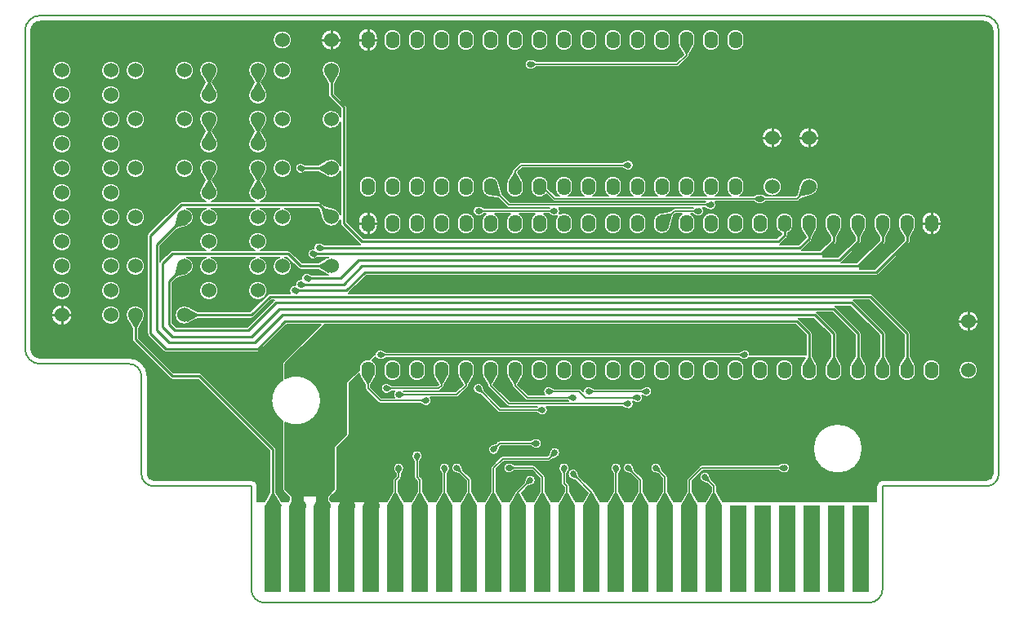
<source format=gbr>
G04 DesignSpark PCB PRO Gerber Version 10.0 Build 5299*
G04 #@! TF.Part,Single*
G04 #@! TF.FileFunction,Copper,L2,Bot*
G04 #@! TF.FilePolarity,Positive*
%FSLAX35Y35*%
%MOIN*%
G04 #@! TA.AperFunction,ComponentPad*
%ADD101O,0.05512X0.07087*%
G04 #@! TA.AperFunction,SMDPad,CuDef*
%ADD99R,0.06693X0.35433*%
G04 #@! TD.AperFunction*
%ADD11C,0.00500*%
%ADD93C,0.00602*%
%ADD92C,0.01000*%
G04 #@! TA.AperFunction,ViaPad*
%ADD95C,0.02677*%
%ADD96C,0.03200*%
%ADD97C,0.04800*%
G04 #@! TD.AperFunction*
%ADD94C,0.05000*%
G04 #@! TA.AperFunction,ComponentPad*
%ADD150C,0.06000*%
G04 #@! TD.AperFunction*
X0Y0D02*
D02*
D11*
X17719Y243402D02*
Y113457D01*
G75*
G03*
X21500Y109675I3781J0D01*
G01*
X57750D01*
G75*
G02*
X65219Y102207I0J-7469D01*
G01*
Y62207D01*
G75*
G03*
X67750Y59675I2531J0D01*
G01*
X107666D01*
G75*
G02*
X110134Y57207I0J-2469D01*
G01*
Y50902D01*
X112983D01*
X115132Y54625D01*
Y65885D01*
G75*
G02*
Y65902I1398J9D01*
G01*
G75*
G02*
X115148Y66106I1352J1D01*
G01*
Y71591D01*
X85940Y100799D01*
X75250D01*
G75*
G02*
X74293Y101196I0J1352D01*
G01*
X59295Y116194D01*
G75*
G02*
X58898Y117152I955J957D01*
G01*
Y121789D01*
X56929Y125199D01*
G75*
G02*
X56398Y127151I3322J1952D01*
G01*
Y127152D01*
G75*
G02*
X64102I3852J0D01*
G01*
Y127151D01*
G75*
G02*
X63571Y125199I-3853J0D01*
G01*
X61602Y121789D01*
Y117712D01*
X75810Y103504D01*
X86500D01*
G75*
G02*
X87457Y103107I0J-1352D01*
G01*
X117455Y73109D01*
G75*
G02*
X117852Y72152I-955J-957D01*
G01*
Y65934D01*
G75*
G02*
Y65917I-1398J-8D01*
G01*
G75*
G02*
X117837Y65713I-1352J-1D01*
G01*
Y54625D01*
X119987Y50902D01*
X122676D01*
G75*
G02*
X122735Y51009I2962J-1574D01*
G01*
X123132Y51697D01*
Y52710D01*
X120720Y55122D01*
G75*
G02*
X120397Y55902I780J780D01*
G01*
Y55902D01*
G75*
G02*
Y55904I364J1D01*
G01*
Y83167D01*
G75*
G02*
X120537Y83704I1103J0D01*
G01*
G75*
G02*
Y100789I5396J8543D01*
G01*
G75*
G02*
X120397Y101326I963J537D01*
G01*
Y107149D01*
G75*
G02*
Y107151I367J1D01*
G01*
Y107152D01*
G75*
G02*
X120720Y107931I1103J0D01*
G01*
X136088Y123299D01*
X122060D01*
X111207Y112446D01*
G75*
G02*
X110250Y112049I-957J955D01*
G01*
X72750D01*
G75*
G02*
X71793Y112446I0J1352D01*
G01*
X65545Y118694D01*
G75*
G02*
X65148Y119652I955J957D01*
G01*
Y159652D01*
G75*
G02*
X65545Y160609I1352J0D01*
G01*
X78043Y173107D01*
G75*
G02*
X79000Y173504I957J-955D01*
G01*
X89011D01*
G75*
G02*
X86398Y177152I1239J3648D01*
G01*
Y177152D01*
G75*
G02*
X86929Y179104I3853J0D01*
G01*
X88689Y182152D01*
X86929Y185199D01*
G75*
G02*
X86398Y187151I3322J1952D01*
G01*
Y187152D01*
G75*
G02*
X94102I3852J0D01*
G01*
Y187151D01*
G75*
G02*
X93571Y185199I-3853J0D01*
G01*
X91811Y182152D01*
X93571Y179104D01*
G75*
G02*
X94102Y177152I-3322J-1952D01*
G01*
Y177152D01*
G75*
G02*
X91489Y173504I-3852J0D01*
G01*
X109011D01*
G75*
G02*
X106398Y177152I1239J3648D01*
G01*
Y177152D01*
G75*
G02*
X106929Y179104I3853J0D01*
G01*
X108689Y182152D01*
X106929Y185199D01*
G75*
G02*
X106398Y187151I3322J1952D01*
G01*
Y187152D01*
G75*
G02*
X114102I3852J0D01*
G01*
Y187151D01*
G75*
G02*
X113571Y185199I-3853J0D01*
G01*
X111811Y182152D01*
X113571Y179104D01*
G75*
G02*
X114102Y177152I-3322J-1952D01*
G01*
Y177152D01*
G75*
G02*
X111489Y173504I-3852J0D01*
G01*
X135250D01*
G75*
G02*
X136207Y173107I0J-1352D01*
G01*
X137415Y171900D01*
X141202Y170884D01*
G75*
G02*
X143898Y168391I-952J-3733D01*
G01*
Y185912D01*
G75*
G02*
X138298Y183830I-3648J1239D01*
G01*
X134888Y185799D01*
X129790D01*
X128846Y185254D01*
G75*
G02*
X128806Y185232I-680J1167D01*
G01*
G75*
G02*
X125559Y187152I-1056J1920D01*
G01*
G75*
G02*
X128806Y189071I2191J0D01*
G01*
G75*
G02*
X128846Y189049I-640J-1189D01*
G01*
X129790Y188504D01*
X134888D01*
X138298Y190473D01*
G75*
G02*
X143898Y188391I1952J-3321D01*
G01*
Y205913D01*
G75*
G02*
X136398Y207152I-3648J1239D01*
G01*
G75*
G02*
X143898Y208391I3852J0D01*
G01*
Y211591D01*
X139295Y216194D01*
G75*
G02*
X138898Y217152I955J957D01*
G01*
Y221789D01*
X136929Y225199D01*
G75*
G02*
X136398Y227151I3322J1952D01*
G01*
Y227152D01*
G75*
G02*
X144102I3852J0D01*
G01*
Y227151D01*
G75*
G02*
X143571Y225199I-3853J0D01*
G01*
X141602Y221789D01*
Y217712D01*
X146205Y213109D01*
G75*
G02*
X146602Y212152I-955J-957D01*
G01*
Y165212D01*
X153310Y158504D01*
X322190D01*
X323898Y160212D01*
Y160519D01*
G75*
G02*
X321642Y163864I1353J3345D01*
G01*
Y165439D01*
G75*
G02*
X328859I3608J0D01*
G01*
Y163864D01*
G75*
G02*
X326602Y160519I-3608J0D01*
G01*
Y159652D01*
G75*
G02*
X326205Y158694I-1352J0D01*
G01*
X323707Y156196D01*
G75*
G02*
X323465Y156004I-957J956D01*
G01*
X330940D01*
X333898Y158962D01*
Y158990D01*
X332125Y162060D01*
G75*
G02*
X332118Y162073I1241J702D01*
G01*
G75*
G02*
X331642Y163864I3133J1791D01*
G01*
Y165439D01*
G75*
G02*
X338858I3608J0D01*
G01*
Y163864D01*
G75*
G02*
X338382Y162073I-3609J0D01*
G01*
G75*
G02*
X338375Y162060I-1104J608D01*
G01*
X336602Y158990D01*
Y158402D01*
G75*
G02*
X336205Y157444I-1352J0D01*
G01*
X332457Y153696D01*
G75*
G02*
X332215Y153504I-957J956D01*
G01*
X339690D01*
X343898Y157712D01*
Y158990D01*
X342125Y162060D01*
G75*
G02*
X342118Y162073I1241J702D01*
G01*
G75*
G02*
X341642Y163864I3133J1791D01*
G01*
Y165439D01*
G75*
G02*
X348858I3608J0D01*
G01*
Y163864D01*
G75*
G02*
X348382Y162073I-3609J0D01*
G01*
G75*
G02*
X348375Y162060I-1104J608D01*
G01*
X346602Y158990D01*
Y157152D01*
G75*
G02*
X346205Y156194I-1352J0D01*
G01*
X341207Y151196D01*
G75*
G02*
X340965Y151004I-957J956D01*
G01*
X347190D01*
X353898Y157712D01*
Y158990D01*
X352125Y162060D01*
G75*
G02*
X352118Y162073I1241J702D01*
G01*
G75*
G02*
X351642Y163864I3133J1791D01*
G01*
Y165439D01*
G75*
G02*
X358858I3608J0D01*
G01*
Y163864D01*
G75*
G02*
X358382Y162073I-3609J0D01*
G01*
G75*
G02*
X358375Y162060I-1104J608D01*
G01*
X356602Y158990D01*
Y157152D01*
G75*
G02*
X356205Y156194I-1352J0D01*
G01*
X348707Y148696D01*
G75*
G02*
X348465Y148504I-957J956D01*
G01*
X354690D01*
X363898Y157712D01*
Y158990D01*
X362125Y162060D01*
G75*
G02*
X362118Y162073I1241J702D01*
G01*
G75*
G02*
X361642Y163864I3133J1791D01*
G01*
Y165439D01*
G75*
G02*
X368858I3608J0D01*
G01*
Y163864D01*
G75*
G02*
X368382Y162073I-3609J0D01*
G01*
G75*
G02*
X368375Y162060I-1104J608D01*
G01*
X366602Y158990D01*
Y157152D01*
G75*
G02*
X366205Y156194I-1352J0D01*
G01*
X356207Y146196D01*
G75*
G02*
X355965Y146004I-957J956D01*
G01*
X362190D01*
X373898Y157712D01*
Y158990D01*
X372125Y162060D01*
G75*
G02*
X372118Y162073I1241J702D01*
G01*
G75*
G02*
X371642Y163864I3133J1791D01*
G01*
Y165439D01*
G75*
G02*
X378858I3608J0D01*
G01*
Y163864D01*
G75*
G02*
X378382Y162073I-3609J0D01*
G01*
G75*
G02*
X378375Y162060I-1104J608D01*
G01*
X376602Y158990D01*
Y157152D01*
G75*
G02*
X376205Y156194I-1352J0D01*
G01*
X363707Y143696D01*
G75*
G02*
X362750Y143299I-957J955D01*
G01*
X154560D01*
X147457Y136196D01*
G75*
G02*
X147215Y136004I-957J956D01*
G01*
X360250D01*
G75*
G02*
X361207Y135607I0J-1352D01*
G01*
X376205Y120609D01*
G75*
G02*
X376602Y119652I-955J-957D01*
G01*
Y110313D01*
X378375Y107243D01*
G75*
G02*
X378382Y107230I-1241J-702D01*
G01*
G75*
G02*
X378858Y105439I-3133J-1791D01*
G01*
Y103864D01*
G75*
G02*
X371642I-3608J0D01*
G01*
Y105439D01*
G75*
G02*
X372118Y107230I3609J0D01*
G01*
G75*
G02*
X372125Y107243I1104J-608D01*
G01*
X373898Y110313D01*
Y119091D01*
X359690Y133299D01*
X353465D01*
G75*
G02*
X353707Y133107I-715J-1148D01*
G01*
X366205Y120609D01*
G75*
G02*
X366602Y119652I-955J-957D01*
G01*
Y110313D01*
X368375Y107243D01*
G75*
G02*
X368382Y107230I-1241J-702D01*
G01*
G75*
G02*
X368858Y105439I-3133J-1791D01*
G01*
Y103864D01*
G75*
G02*
X361642I-3608J0D01*
G01*
Y105439D01*
G75*
G02*
X362118Y107230I3609J0D01*
G01*
G75*
G02*
X362125Y107243I1104J-608D01*
G01*
X363898Y110313D01*
Y119091D01*
X352190Y130799D01*
X345965D01*
G75*
G02*
X346207Y130607I-715J-1148D01*
G01*
X356205Y120609D01*
G75*
G02*
X356602Y119652I-955J-957D01*
G01*
Y110313D01*
X358375Y107243D01*
G75*
G02*
X358382Y107230I-1241J-702D01*
G01*
G75*
G02*
X358858Y105439I-3133J-1791D01*
G01*
Y103864D01*
G75*
G02*
X351642I-3608J0D01*
G01*
Y105439D01*
G75*
G02*
X352118Y107230I3609J0D01*
G01*
G75*
G02*
X352125Y107243I1104J-608D01*
G01*
X353898Y110313D01*
Y119091D01*
X344690Y128299D01*
X338465D01*
G75*
G02*
X338707Y128107I-715J-1148D01*
G01*
X346205Y120609D01*
G75*
G02*
X346602Y119652I-955J-957D01*
G01*
Y110313D01*
X348375Y107243D01*
G75*
G02*
X348382Y107230I-1241J-702D01*
G01*
G75*
G02*
X348858Y105439I-3133J-1791D01*
G01*
Y103864D01*
G75*
G02*
X341642I-3608J0D01*
G01*
Y105439D01*
G75*
G02*
X342118Y107230I3609J0D01*
G01*
G75*
G02*
X342125Y107243I1104J-608D01*
G01*
X343898Y110313D01*
Y119091D01*
X337190Y125799D01*
X330965D01*
G75*
G02*
X331207Y125607I-715J-1148D01*
G01*
X336205Y120609D01*
G75*
G02*
X336602Y119652I-955J-957D01*
G01*
Y110313D01*
X338375Y107243D01*
G75*
G02*
X338382Y107230I-1241J-702D01*
G01*
G75*
G02*
X338858Y105439I-3133J-1791D01*
G01*
Y103864D01*
G75*
G02*
X331642I-3608J0D01*
G01*
Y105439D01*
G75*
G02*
X332118Y107230I3609J0D01*
G01*
G75*
G02*
X332125Y107243I1104J-608D01*
G01*
X333601Y109799D01*
X311191D01*
G75*
G02*
X310913Y109834I0J1102D01*
G01*
G75*
G02*
X307924Y108993I-1913J1067D01*
G01*
G75*
G02*
X307905Y109004I575J1044D01*
G01*
X306616Y109748D01*
X162634D01*
X161345Y109004D01*
G75*
G02*
X161326Y108993I-594J1034D01*
G01*
G75*
G02*
X158337Y109834I-1076J1908D01*
G01*
G75*
G02*
X158219Y109810I-278J1066D01*
G01*
X157002Y108594D01*
G75*
G02*
X158858Y105439I-1752J-3155D01*
G01*
Y103864D01*
G75*
G02*
X158381Y102072I-3609J0D01*
G01*
G75*
G02*
X158375Y102060I-1144J641D01*
G01*
X156404Y98646D01*
Y97630D01*
X160728Y93305D01*
X166022D01*
G75*
G02*
Y95998I1728J1346D01*
G01*
X165134D01*
X163845Y95254D01*
G75*
G02*
X163826Y95243I-594J1034D01*
G01*
G75*
G02*
X160559Y97152I-1076J1908D01*
G01*
G75*
G02*
X163826Y99060I2191J0D01*
G01*
G75*
G02*
X163845Y99049I-575J-1044D01*
G01*
X165134Y98305D01*
X183522D01*
X184011Y98794D01*
X182125Y102060D01*
G75*
G02*
X182119Y102072I973J559D01*
G01*
G75*
G02*
X181642Y103864I3132J1793D01*
G01*
Y105439D01*
G75*
G02*
X188858I3608J0D01*
G01*
Y103864D01*
G75*
G02*
X188381Y102072I-3609J0D01*
G01*
G75*
G02*
X188375Y102060I-1144J641D01*
G01*
X186402Y98643D01*
Y98402D01*
G75*
G02*
X186065Y97586I-1154J0D01*
G01*
X184816Y96336D01*
G75*
G02*
X183998Y95998I-816J815D01*
G01*
X169800D01*
X170134Y95805D01*
X191022D01*
X194010Y98795D01*
X192125Y102060D01*
G75*
G02*
X192119Y102072I973J559D01*
G01*
G75*
G02*
X191642Y103864I3132J1793D01*
G01*
Y105439D01*
G75*
G02*
X198858I3608J0D01*
G01*
Y103864D01*
G75*
G02*
X198381Y102072I-3609J0D01*
G01*
G75*
G02*
X198375Y102060I-1144J641D01*
G01*
X196402Y98643D01*
Y98402D01*
G75*
G02*
X196064Y97586I-1154J0D01*
G01*
X192316Y93836D01*
G75*
G02*
X191498Y93498I-816J815D01*
G01*
X180728D01*
G75*
G02*
X177924Y90243I-1728J-1346D01*
G01*
G75*
G02*
X177905Y90254I575J1044D01*
G01*
X176616Y90998D01*
X160250D01*
G75*
G02*
X159433Y91337I0J1154D01*
G01*
X154436Y96335D01*
G75*
G02*
X154096Y97152I814J817D01*
G01*
Y98646D01*
X152125Y102060D01*
G75*
G02*
X152119Y102072I973J559D01*
G01*
G75*
G02*
X151689Y103281I3132J1793D01*
G01*
X147603Y99195D01*
Y78404D01*
G75*
G02*
Y78402I-367J-1D01*
G01*
Y78402D01*
G75*
G02*
X147280Y77622I-1103J0D01*
G01*
X142603Y72945D01*
Y55904D01*
G75*
G02*
Y55902I-367J-1D01*
G01*
Y55902D01*
G75*
G02*
X142280Y55122I-1103J0D01*
G01*
X139837Y52679D01*
Y51697D01*
X140234Y51009D01*
G75*
G02*
X140294Y50902I-2903J-1681D01*
G01*
X163013D01*
X165331Y54916D01*
Y59636D01*
G75*
G02*
X165670Y60453I1154J0D01*
G01*
X166596Y61380D01*
Y62267D01*
X165852Y63556D01*
G75*
G02*
X165842Y63575I1034J594D01*
G01*
G75*
G02*
X165559Y64652I1909J1077D01*
G01*
G75*
G02*
X169941I2191J0D01*
G01*
G75*
G02*
X169658Y63575I-2191J0D01*
G01*
G75*
G02*
X169648Y63556I-1044J575D01*
G01*
X168904Y62267D01*
Y60902D01*
G75*
G02*
X168564Y60085I-1154J0D01*
G01*
X167638Y59158D01*
Y54916D01*
X169956Y50902D01*
X173013D01*
X175331Y54916D01*
Y59174D01*
X174436Y60069D01*
G75*
G02*
X174096Y60886I814J817D01*
G01*
Y67267D01*
X173352Y68556D01*
G75*
G02*
X173342Y68575I1034J594D01*
G01*
G75*
G02*
X173059Y69652I1909J1077D01*
G01*
G75*
G02*
X177441I2191J0D01*
G01*
G75*
G02*
X177158Y68575I-2191J0D01*
G01*
G75*
G02*
X177148Y68556I-1044J575D01*
G01*
X176404Y67267D01*
Y61364D01*
X177299Y60469D01*
G75*
G02*
X177638Y59652I-814J-817D01*
G01*
Y54916D01*
X179956Y50902D01*
X183013D01*
X185331Y54916D01*
Y60887D01*
G75*
G02*
Y60902I1134J7D01*
G01*
G75*
G02*
X185346Y61090I1154J0D01*
G01*
Y62267D01*
X184602Y63556D01*
G75*
G02*
X184592Y63575I1034J594D01*
G01*
G75*
G02*
X184309Y64652I1909J1077D01*
G01*
G75*
G02*
X188691I2191J0D01*
G01*
G75*
G02*
X188408Y63575I-2191J0D01*
G01*
G75*
G02*
X188398Y63556I-1044J575D01*
G01*
X187654Y62267D01*
Y60931D01*
G75*
G02*
Y60917I-1134J-7D01*
G01*
G75*
G02*
X187638Y60729I-1154J0D01*
G01*
Y54916D01*
X189956Y50902D01*
X193013D01*
X195331Y54916D01*
Y59189D01*
X192370Y62150D01*
X190960Y62528D01*
G75*
G02*
X189309Y64652I540J2123D01*
G01*
G75*
G02*
X193623Y65192I2191J0D01*
G01*
X194001Y63782D01*
X197299Y60484D01*
G75*
G02*
X197638Y59667I-814J-817D01*
G01*
Y54916D01*
X199956Y50902D01*
X203013D01*
X205331Y54916D01*
Y64636D01*
G75*
G02*
X205670Y65453I1154J0D01*
G01*
X209433Y69216D01*
G75*
G02*
X210250Y69555I817J-814D01*
G01*
X228522D01*
X228999Y70032D01*
X229377Y71442D01*
G75*
G02*
X233691Y70902I2123J-540D01*
G01*
G75*
G02*
X232040Y68778I-2191J0D01*
G01*
X230630Y68400D01*
X229817Y67587D01*
G75*
G02*
X229000Y67248I-817J814D01*
G01*
X210728D01*
X207638Y64158D01*
Y54916D01*
X209956Y50902D01*
X213013D01*
X215407Y55046D01*
G75*
G02*
X215670Y55453I1078J-410D01*
G01*
X218999Y58782D01*
X219377Y60192D01*
G75*
G02*
X223691Y59652I2123J-540D01*
G01*
G75*
G02*
X222040Y57528I-2191J0D01*
G01*
X220630Y57150D01*
X217915Y54436D01*
X219956Y50902D01*
X223013D01*
X225331Y54916D01*
Y60439D01*
X222272Y63498D01*
X215134D01*
X213845Y62754D01*
G75*
G02*
X213826Y62743I-594J1034D01*
G01*
G75*
G02*
X210559Y64652I-1076J1908D01*
G01*
G75*
G02*
X213826Y66560I2191J0D01*
G01*
G75*
G02*
X213845Y66549I-575J-1044D01*
G01*
X215134Y65805D01*
X222750D01*
G75*
G02*
X223567Y65466I0J-1154D01*
G01*
X227299Y61734D01*
G75*
G02*
X227638Y60917I-814J-817D01*
G01*
Y54916D01*
X229956Y50902D01*
X233013D01*
X235331Y54916D01*
Y56674D01*
X234436Y57569D01*
G75*
G02*
X234096Y58386I814J817D01*
G01*
Y62267D01*
X233352Y63556D01*
G75*
G02*
X233342Y63575I1034J594D01*
G01*
G75*
G02*
X233059Y64652I1909J1077D01*
G01*
G75*
G02*
X237441I2191J0D01*
G01*
G75*
G02*
X237158Y63575I-2191J0D01*
G01*
G75*
G02*
X237148Y63556I-1044J575D01*
G01*
X236404Y62267D01*
Y58864D01*
X237299Y57969D01*
G75*
G02*
X237638Y57152I-814J-817D01*
G01*
Y54916D01*
X239956Y50902D01*
X243013D01*
X245065Y54455D01*
X239870Y59650D01*
X238460Y60028D01*
G75*
G02*
X236809Y62152I540J2123D01*
G01*
G75*
G02*
X241123Y62692I2191J0D01*
G01*
X241501Y61282D01*
X247299Y55484D01*
G75*
G02*
X247589Y55002I-814J-818D01*
G01*
X249956Y50902D01*
X253013D01*
X255331Y54916D01*
Y62272D01*
X254606Y63551D01*
G75*
G02*
X254309Y64652I1894J1100D01*
G01*
G75*
G02*
X258691I2191J0D01*
G01*
G75*
G02*
X258400Y63560I-2191J0D01*
G01*
G75*
G02*
X258389Y63542I-993J562D01*
G01*
X257638Y62263D01*
Y54916D01*
X259956Y50902D01*
X263013D01*
X265331Y54916D01*
Y59189D01*
X262370Y62150D01*
X260960Y62528D01*
G75*
G02*
X259309Y64652I540J2123D01*
G01*
G75*
G02*
X263623Y65192I2191J0D01*
G01*
X264001Y63782D01*
X267299Y60484D01*
G75*
G02*
X267638Y59667I-814J-817D01*
G01*
Y54916D01*
X269956Y50902D01*
X273013D01*
X275331Y54916D01*
Y60439D01*
X273620Y62150D01*
X272210Y62528D01*
G75*
G02*
X270559Y64652I540J2123D01*
G01*
G75*
G02*
X274873Y65192I2191J0D01*
G01*
X275251Y63782D01*
X277299Y61734D01*
G75*
G02*
X277638Y60917I-814J-817D01*
G01*
Y54916D01*
X279956Y50902D01*
X283013D01*
X285331Y54916D01*
Y59636D01*
G75*
G02*
X285670Y60453I1154J0D01*
G01*
X290683Y65466D01*
G75*
G02*
X291500Y65805I817J-814D01*
G01*
X322866D01*
X324155Y66549D01*
G75*
G02*
X324174Y66560I594J-1034D01*
G01*
G75*
G02*
X327441Y64652I1076J-1908D01*
G01*
G75*
G02*
X324174Y62743I-2191J0D01*
G01*
G75*
G02*
X324155Y62754I575J1044D01*
G01*
X322866Y63498D01*
X291978D01*
X287638Y59158D01*
Y54916D01*
X289956Y50902D01*
X293013D01*
X295331Y54916D01*
Y56689D01*
X293620Y58400D01*
X292210Y58778D01*
G75*
G02*
X290559Y60902I540J2123D01*
G01*
G75*
G02*
X294873Y61442I2191J0D01*
G01*
X295251Y60032D01*
X297299Y57984D01*
G75*
G02*
X297638Y57167I-814J-817D01*
G01*
Y54916D01*
X299956Y50902D01*
X362835D01*
Y57207D01*
G75*
G02*
X365304Y59675I2469J0D01*
G01*
X407750D01*
G75*
G03*
X410281Y62207I0J2531D01*
G01*
Y243402D01*
G75*
G03*
X406500Y247183I-3781J0D01*
G01*
X21500D01*
G75*
G03*
X17719Y243402I0J-3781D01*
G01*
X26000Y127152D02*
G75*
G02*
X34500I4250J0D01*
G01*
G75*
G02*
X26000I-4250J0D01*
G01*
X26398Y137152D02*
G75*
G02*
X34102I3852J0D01*
G01*
G75*
G02*
X26398I-3852J0D01*
G01*
Y147152D02*
G75*
G02*
X34102I3852J0D01*
G01*
G75*
G02*
X26398I-3852J0D01*
G01*
Y157152D02*
G75*
G02*
X34102I3852J0D01*
G01*
G75*
G02*
X26398I-3852J0D01*
G01*
Y167152D02*
G75*
G02*
X34102I3852J0D01*
G01*
G75*
G02*
X26398I-3852J0D01*
G01*
Y177152D02*
G75*
G02*
X34102I3852J0D01*
G01*
G75*
G02*
X26398I-3852J0D01*
G01*
Y187152D02*
G75*
G02*
X34102I3852J0D01*
G01*
G75*
G02*
X26398I-3852J0D01*
G01*
Y197152D02*
G75*
G02*
X34102I3852J0D01*
G01*
G75*
G02*
X26398I-3852J0D01*
G01*
Y207152D02*
G75*
G02*
X34102I3852J0D01*
G01*
G75*
G02*
X26398I-3852J0D01*
G01*
Y217152D02*
G75*
G02*
X34102I3852J0D01*
G01*
G75*
G02*
X26398I-3852J0D01*
G01*
Y227152D02*
G75*
G02*
X34102I3852J0D01*
G01*
G75*
G02*
X26398I-3852J0D01*
G01*
X46398Y127152D02*
G75*
G02*
X54102I3852J0D01*
G01*
G75*
G02*
X46398I-3852J0D01*
G01*
Y137152D02*
G75*
G02*
X54102I3852J0D01*
G01*
G75*
G02*
X46398I-3852J0D01*
G01*
Y147152D02*
G75*
G02*
X54102I3852J0D01*
G01*
G75*
G02*
X46398I-3852J0D01*
G01*
Y157152D02*
G75*
G02*
X54102I3852J0D01*
G01*
G75*
G02*
X46398I-3852J0D01*
G01*
Y167152D02*
G75*
G02*
X54102I3852J0D01*
G01*
G75*
G02*
X46398I-3852J0D01*
G01*
Y177152D02*
G75*
G02*
X54102I3852J0D01*
G01*
G75*
G02*
X46398I-3852J0D01*
G01*
Y187152D02*
G75*
G02*
X54102I3852J0D01*
G01*
G75*
G02*
X46398I-3852J0D01*
G01*
Y197152D02*
G75*
G02*
X54102I3852J0D01*
G01*
G75*
G02*
X46398I-3852J0D01*
G01*
Y207152D02*
G75*
G02*
X54102I3852J0D01*
G01*
G75*
G02*
X46398I-3852J0D01*
G01*
Y217152D02*
G75*
G02*
X54102I3852J0D01*
G01*
G75*
G02*
X46398I-3852J0D01*
G01*
Y227152D02*
G75*
G02*
X54102I3852J0D01*
G01*
G75*
G02*
X46398I-3852J0D01*
G01*
X56398Y147152D02*
G75*
G02*
X64102I3852J0D01*
G01*
G75*
G02*
X56398I-3852J0D01*
G01*
Y167152D02*
G75*
G02*
X64102I3852J0D01*
G01*
G75*
G02*
X56398I-3852J0D01*
G01*
Y187152D02*
G75*
G02*
X64102I3852J0D01*
G01*
G75*
G02*
X56398I-3852J0D01*
G01*
Y207152D02*
G75*
G02*
X64102I3852J0D01*
G01*
G75*
G02*
X56398I-3852J0D01*
G01*
Y227152D02*
G75*
G02*
X64102I3852J0D01*
G01*
G75*
G02*
X56398I-3852J0D01*
G01*
X76398Y187152D02*
G75*
G02*
X84102I3852J0D01*
G01*
G75*
G02*
X76398I-3852J0D01*
G01*
Y207152D02*
G75*
G02*
X84102I3852J0D01*
G01*
G75*
G02*
X76398I-3852J0D01*
G01*
Y227152D02*
G75*
G02*
X84102I3852J0D01*
G01*
G75*
G02*
X76398I-3852J0D01*
G01*
X86398Y207152D02*
G75*
G02*
X94102I3852J0D01*
G01*
Y207151D01*
G75*
G02*
X93571Y205199I-3853J0D01*
G01*
X91811Y202152D01*
X93571Y199104D01*
G75*
G02*
X94102Y197152I-3322J-1952D01*
G01*
Y197152D01*
G75*
G02*
X86398I-3852J0D01*
G01*
Y197152D01*
G75*
G02*
X86929Y199104I3853J0D01*
G01*
X88689Y202152D01*
X86929Y205199D01*
G75*
G02*
X86398Y207151I3322J1952D01*
G01*
Y207152D01*
Y227152D02*
G75*
G02*
X94102I3852J0D01*
G01*
Y227151D01*
G75*
G02*
X93571Y225199I-3853J0D01*
G01*
X91811Y222152D01*
X93571Y219104D01*
G75*
G02*
X94102Y217152I-3322J-1952D01*
G01*
Y217152D01*
G75*
G02*
X86398I-3852J0D01*
G01*
Y217152D01*
G75*
G02*
X86929Y219104I3853J0D01*
G01*
X88689Y222152D01*
X86929Y225199D01*
G75*
G02*
X86398Y227151I3322J1952D01*
G01*
Y227152D01*
X106398Y207152D02*
G75*
G02*
X114102I3852J0D01*
G01*
Y207151D01*
G75*
G02*
X113571Y205199I-3853J0D01*
G01*
X111811Y202152D01*
X113571Y199104D01*
G75*
G02*
X114102Y197152I-3322J-1952D01*
G01*
Y197152D01*
G75*
G02*
X106398I-3852J0D01*
G01*
Y197152D01*
G75*
G02*
X106929Y199104I3853J0D01*
G01*
X108689Y202152D01*
X106929Y205199D01*
G75*
G02*
X106398Y207151I3322J1952D01*
G01*
Y207152D01*
Y227152D02*
G75*
G02*
X114102I3852J0D01*
G01*
Y227151D01*
G75*
G02*
X113571Y225199I-3853J0D01*
G01*
X111811Y222152D01*
X113571Y219104D01*
G75*
G02*
X114102Y217152I-3322J-1952D01*
G01*
Y217152D01*
G75*
G02*
X106398I-3852J0D01*
G01*
Y217152D01*
G75*
G02*
X106929Y219104I3853J0D01*
G01*
X108689Y222152D01*
X106929Y225199D01*
G75*
G02*
X106398Y227151I3322J1952D01*
G01*
Y227152D01*
X116398Y187152D02*
G75*
G02*
X124102I3852J0D01*
G01*
G75*
G02*
X116398I-3852J0D01*
G01*
Y207152D02*
G75*
G02*
X124102I3852J0D01*
G01*
G75*
G02*
X116398I-3852J0D01*
G01*
Y227152D02*
G75*
G02*
X124102I3852J0D01*
G01*
G75*
G02*
X116398I-3852J0D01*
G01*
Y239652D02*
G75*
G02*
X124102I3852J0D01*
G01*
G75*
G02*
X116398I-3852J0D01*
G01*
X136000D02*
G75*
G02*
X144500I4250J0D01*
G01*
G75*
G02*
X136000I-4250J0D01*
G01*
X151244Y165439D02*
G75*
G02*
X159256I4006J0D01*
G01*
Y163864D01*
G75*
G02*
X151244I-4006J0D01*
G01*
Y165439D01*
Y240439D02*
G75*
G02*
X159256I4006J0D01*
G01*
Y238864D01*
G75*
G02*
X151244I-4006J0D01*
G01*
Y240439D01*
X151642Y180439D02*
G75*
G02*
X158859I3608J0D01*
G01*
Y178864D01*
G75*
G02*
X151642I-3608J0D01*
G01*
Y180439D01*
X161642Y165439D02*
G75*
G02*
X168859I3608J0D01*
G01*
Y163864D01*
G75*
G02*
X161642I-3608J0D01*
G01*
Y165439D01*
Y180439D02*
G75*
G02*
X168859I3608J0D01*
G01*
Y178864D01*
G75*
G02*
X161642I-3608J0D01*
G01*
Y180439D01*
Y240439D02*
G75*
G02*
X168859I3608J0D01*
G01*
Y238864D01*
G75*
G02*
X161642I-3608J0D01*
G01*
Y240439D01*
X171642Y165439D02*
G75*
G02*
X178859I3608J0D01*
G01*
Y163864D01*
G75*
G02*
X171642I-3608J0D01*
G01*
Y165439D01*
Y180439D02*
G75*
G02*
X178859I3608J0D01*
G01*
Y178864D01*
G75*
G02*
X171642I-3608J0D01*
G01*
Y180439D01*
Y240439D02*
G75*
G02*
X178859I3608J0D01*
G01*
Y238864D01*
G75*
G02*
X171642I-3608J0D01*
G01*
Y240439D01*
X181642Y165439D02*
G75*
G02*
X188859I3608J0D01*
G01*
Y163864D01*
G75*
G02*
X181642I-3608J0D01*
G01*
Y165439D01*
Y180439D02*
G75*
G02*
X188859I3608J0D01*
G01*
Y178864D01*
G75*
G02*
X181642I-3608J0D01*
G01*
Y180439D01*
Y240439D02*
G75*
G02*
X188859I3608J0D01*
G01*
Y238864D01*
G75*
G02*
X181642I-3608J0D01*
G01*
Y240439D01*
X191642Y165439D02*
G75*
G02*
X198859I3608J0D01*
G01*
Y163864D01*
G75*
G02*
X191642I-3608J0D01*
G01*
Y165439D01*
Y180439D02*
G75*
G02*
X198859I3608J0D01*
G01*
Y178864D01*
G75*
G02*
X191642I-3608J0D01*
G01*
Y180439D01*
X331520Y180613D02*
G75*
G02*
X339102Y179652I3730J-961D01*
G01*
G75*
G02*
X336211Y175921I-3852J0D01*
G01*
X332031Y174801D01*
X331067Y173837D01*
G75*
G02*
X330250Y173498I-817J814D01*
G01*
X317634D01*
X316345Y172754D01*
G75*
G02*
X316320Y172740I-579J985D01*
G01*
G75*
G02*
X314174Y172743I-1070J1912D01*
G01*
G75*
G02*
X314155Y172754I157J302D01*
G01*
X312866Y173498D01*
X296978D01*
G75*
G02*
X294174Y170243I-1728J-1346D01*
G01*
G75*
G02*
X294155Y170254I575J1044D01*
G01*
X292866Y170998D01*
X291978D01*
G75*
G02*
X289174Y167743I-1728J-1346D01*
G01*
G75*
G02*
X289155Y167754I575J1044D01*
G01*
X287866Y168498D01*
X287164D01*
G75*
G02*
X288859Y165439I-1913J-3059D01*
G01*
Y163864D01*
G75*
G02*
X281642I-3608J0D01*
G01*
Y165439D01*
G75*
G02*
X283337Y168498I3608J0D01*
G01*
X280728D01*
X280044Y167814D01*
X278735Y162930D01*
G75*
G02*
X278730Y162912I-1145J314D01*
G01*
G75*
G02*
X271642Y163864I-3480J952D01*
G01*
Y165439D01*
G75*
G02*
X274290Y168917I3608J0D01*
G01*
G75*
G02*
X274342Y168931I327J-1104D01*
G01*
G75*
G02*
X275132Y169045I908J-3494D01*
G01*
X278469Y169502D01*
X279433Y170466D01*
G75*
G02*
X280250Y170805I817J-814D01*
G01*
X287866D01*
X288200Y170998D01*
X233228D01*
G75*
G02*
X233378Y168524I-1728J-1346D01*
G01*
G75*
G02*
X238859Y165439I1872J-3085D01*
G01*
Y163864D01*
G75*
G02*
X231642I-3608J0D01*
G01*
Y165439D01*
G75*
G02*
X232403Y167656I3608J0D01*
G01*
G75*
G02*
X230424Y167743I-903J1996D01*
G01*
G75*
G02*
X230405Y167754I575J1044D01*
G01*
X229116Y168498D01*
X227164D01*
G75*
G02*
X228859Y165439I-1913J-3059D01*
G01*
Y163864D01*
G75*
G02*
X221642I-3608J0D01*
G01*
Y165439D01*
G75*
G02*
X223337Y168498I3608J0D01*
G01*
X217164D01*
G75*
G02*
X218859Y165439I-1913J-3059D01*
G01*
Y163864D01*
G75*
G02*
X211642I-3608J0D01*
G01*
Y165439D01*
G75*
G02*
X213337Y168498I3608J0D01*
G01*
X207164D01*
G75*
G02*
X208859Y165439I-1913J-3059D01*
G01*
Y163864D01*
G75*
G02*
X201642I-3608J0D01*
G01*
Y165439D01*
G75*
G02*
X203337Y168498I3608J0D01*
G01*
X202634D01*
X201345Y167754D01*
G75*
G02*
X201326Y167743I-594J1034D01*
G01*
G75*
G02*
X198059Y169652I-1076J1908D01*
G01*
G75*
G02*
X201326Y171560I2191J0D01*
G01*
G75*
G02*
X201345Y171549I-575J-1044D01*
G01*
X202634Y170805D01*
X229116D01*
X229450Y170998D01*
X212750D01*
G75*
G02*
X211933Y171337I0J1154D01*
G01*
X208469Y174802D01*
X205133Y175258D01*
G75*
G02*
X204340Y175372I117J3607D01*
G01*
G75*
G02*
X204293Y175385I278J1114D01*
G01*
G75*
G02*
X201642Y178864I957J3479D01*
G01*
Y180439D01*
G75*
G02*
X208730Y181391I3608J0D01*
G01*
G75*
G02*
X208735Y181373I-1140J-332D01*
G01*
X210044Y176489D01*
X213228Y173305D01*
X292866D01*
X293200Y173498D01*
X231500D01*
G75*
G02*
X230683Y173837I0J1154D01*
G01*
X227996Y176524D01*
G75*
G02*
X221642Y178864I-2746J2341D01*
G01*
Y180439D01*
G75*
G02*
X228859I3608J0D01*
G01*
Y178924D01*
X231978Y175805D01*
X233337D01*
G75*
G02*
X231642Y178864I1913J3059D01*
G01*
Y180439D01*
G75*
G02*
X238859I3608J0D01*
G01*
Y178864D01*
G75*
G02*
X237164Y175805I-3608J0D01*
G01*
X243337D01*
G75*
G02*
X241642Y178864I1913J3059D01*
G01*
Y180439D01*
G75*
G02*
X248859I3608J0D01*
G01*
Y178864D01*
G75*
G02*
X247164Y175805I-3608J0D01*
G01*
X253337D01*
G75*
G02*
X251642Y178864I1913J3059D01*
G01*
Y180439D01*
G75*
G02*
X258859I3608J0D01*
G01*
Y178864D01*
G75*
G02*
X257164Y175805I-3608J0D01*
G01*
X263337D01*
G75*
G02*
X261642Y178864I1913J3059D01*
G01*
Y180439D01*
G75*
G02*
X268859I3608J0D01*
G01*
Y178864D01*
G75*
G02*
X267164Y175805I-3608J0D01*
G01*
X273337D01*
G75*
G02*
X271642Y178864I1913J3059D01*
G01*
Y180439D01*
G75*
G02*
X278859I3608J0D01*
G01*
Y178864D01*
G75*
G02*
X277164Y175805I-3608J0D01*
G01*
X283337D01*
G75*
G02*
X281642Y178864I1913J3059D01*
G01*
Y180439D01*
G75*
G02*
X288859I3608J0D01*
G01*
Y178864D01*
G75*
G02*
X287164Y175805I-3608J0D01*
G01*
X293337D01*
G75*
G02*
X291642Y178864I1913J3059D01*
G01*
Y180439D01*
G75*
G02*
X298859I3608J0D01*
G01*
Y178864D01*
G75*
G02*
X297164Y175805I-3608J0D01*
G01*
X303337D01*
G75*
G02*
X301642Y178864I1913J3059D01*
G01*
Y180439D01*
G75*
G02*
X308859I3608J0D01*
G01*
Y178864D01*
G75*
G02*
X307164Y175805I-3608J0D01*
G01*
X312866D01*
X314155Y176549D01*
G75*
G02*
X314174Y176560I178J-294D01*
G01*
G75*
G02*
X316320Y176563I1077J-1909D01*
G01*
G75*
G02*
X316345Y176549I-570J-1026D01*
G01*
X317634Y175805D01*
X320037D01*
G75*
G02*
X320250Y183504I213J3846D01*
G01*
G75*
G02*
X320463Y175805I0J-3852D01*
G01*
X329772D01*
X330399Y176432D01*
X331520Y180613D01*
X301642Y165439D02*
G75*
G02*
X308859I3608J0D01*
G01*
Y163864D01*
G75*
G02*
X301642I-3608J0D01*
G01*
Y165439D01*
X311642D02*
G75*
G02*
X318859I3608J0D01*
G01*
Y163864D01*
G75*
G02*
X311642I-3608J0D01*
G01*
Y165439D01*
X291642D02*
G75*
G02*
X298859I3608J0D01*
G01*
Y163864D01*
G75*
G02*
X291642I-3608J0D01*
G01*
Y165439D01*
X241642D02*
G75*
G02*
X248859I3608J0D01*
G01*
Y163864D01*
G75*
G02*
X241642I-3608J0D01*
G01*
Y165439D01*
X251642D02*
G75*
G02*
X258859I3608J0D01*
G01*
Y163864D01*
G75*
G02*
X251642I-3608J0D01*
G01*
Y165439D01*
X261642D02*
G75*
G02*
X268859I3608J0D01*
G01*
Y163864D01*
G75*
G02*
X261642I-3608J0D01*
G01*
Y165439D01*
X191642Y240439D02*
G75*
G02*
X198859I3608J0D01*
G01*
Y238864D01*
G75*
G02*
X191642I-3608J0D01*
G01*
Y240439D01*
X201642D02*
G75*
G02*
X208859I3608J0D01*
G01*
Y238864D01*
G75*
G02*
X201642I-3608J0D01*
G01*
Y240439D01*
X260424Y190310D02*
G75*
G02*
X263691Y188402I1076J-1908D01*
G01*
G75*
G02*
X260424Y186493I-2191J0D01*
G01*
G75*
G02*
X260405Y186504I575J1044D01*
G01*
X259116Y187248D01*
X218228D01*
X216489Y185509D01*
X218359Y182270D01*
G75*
G02*
X218858Y180439I-3109J-1832D01*
G01*
Y178864D01*
G75*
G02*
X211642I-3608J0D01*
G01*
Y180439D01*
G75*
G02*
X212141Y182270I3608J0D01*
G01*
X214096Y185657D01*
Y185902D01*
G75*
G02*
X214436Y186719I1154J0D01*
G01*
X216933Y189216D01*
G75*
G02*
X217750Y189555I817J-814D01*
G01*
X259116D01*
X260405Y190299D01*
G75*
G02*
X260424Y190310I594J-1034D01*
G01*
X211642Y240439D02*
G75*
G02*
X218859I3608J0D01*
G01*
Y238864D01*
G75*
G02*
X211642I-3608J0D01*
G01*
Y240439D01*
X281642D02*
G75*
G02*
X288858I3608J0D01*
G01*
Y238864D01*
G75*
G02*
X288381Y237072I-3609J0D01*
G01*
G75*
G02*
X288375Y237060I-1144J641D01*
G01*
X286404Y233646D01*
Y233402D01*
G75*
G02*
X286064Y232585I-1154J0D01*
G01*
X282317Y228837D01*
G75*
G02*
X281500Y228498I-817J814D01*
G01*
X223884D01*
X222595Y227754D01*
G75*
G02*
X222576Y227743I-594J1034D01*
G01*
G75*
G02*
X219309Y229652I-1076J1908D01*
G01*
G75*
G02*
X222576Y231560I2191J0D01*
G01*
G75*
G02*
X222595Y231549I-575J-1044D01*
G01*
X223884Y230805D01*
X281022D01*
X284011Y233794D01*
X282125Y237060D01*
G75*
G02*
X282119Y237072I973J559D01*
G01*
G75*
G02*
X281642Y238864I3132J1793D01*
G01*
Y240439D01*
X221642D02*
G75*
G02*
X228859I3608J0D01*
G01*
Y238864D01*
G75*
G02*
X221642I-3608J0D01*
G01*
Y240439D01*
X231642D02*
G75*
G02*
X238859I3608J0D01*
G01*
Y238864D01*
G75*
G02*
X231642I-3608J0D01*
G01*
Y240439D01*
X241642D02*
G75*
G02*
X248859I3608J0D01*
G01*
Y238864D01*
G75*
G02*
X241642I-3608J0D01*
G01*
Y240439D01*
X251642D02*
G75*
G02*
X258859I3608J0D01*
G01*
Y238864D01*
G75*
G02*
X251642I-3608J0D01*
G01*
Y240439D01*
X261642D02*
G75*
G02*
X268859I3608J0D01*
G01*
Y238864D01*
G75*
G02*
X261642I-3608J0D01*
G01*
Y240439D01*
X271642D02*
G75*
G02*
X278859I3608J0D01*
G01*
Y238864D01*
G75*
G02*
X271642I-3608J0D01*
G01*
Y240439D01*
X291642D02*
G75*
G02*
X298859I3608J0D01*
G01*
Y238864D01*
G75*
G02*
X291642I-3608J0D01*
G01*
Y240439D01*
X301642D02*
G75*
G02*
X308859I3608J0D01*
G01*
Y238864D01*
G75*
G02*
X301642I-3608J0D01*
G01*
Y240439D01*
X316000Y199652D02*
G75*
G02*
X324500I4250J0D01*
G01*
G75*
G02*
X316000I-4250J0D01*
G01*
X331000D02*
G75*
G02*
X339500I4250J0D01*
G01*
G75*
G02*
X331000I-4250J0D01*
G01*
X381244Y165439D02*
G75*
G02*
X389256I4006J0D01*
G01*
Y163864D01*
G75*
G02*
X381244I-4006J0D01*
G01*
Y165439D01*
X381642Y105439D02*
G75*
G02*
X388859I3608J0D01*
G01*
Y103864D01*
G75*
G02*
X381642I-3608J0D01*
G01*
Y105439D01*
X396000Y124652D02*
G75*
G02*
X404500I4250J0D01*
G01*
G75*
G02*
X396000I-4250J0D01*
G01*
X396398Y104652D02*
G75*
G02*
X404102I3852J0D01*
G01*
G75*
G02*
X396398I-3852J0D01*
G01*
X336931Y72561D02*
G75*
G02*
X357140I10104J0D01*
G01*
G75*
G02*
X336931I-10104J0D01*
G01*
X311642Y105439D02*
G75*
G02*
X318859I3608J0D01*
G01*
Y103864D01*
G75*
G02*
X311642I-3608J0D01*
G01*
Y105439D01*
X321642D02*
G75*
G02*
X328859I3608J0D01*
G01*
Y103864D01*
G75*
G02*
X321642I-3608J0D01*
G01*
Y105439D01*
X171642D02*
G75*
G02*
X178859I3608J0D01*
G01*
Y103864D01*
G75*
G02*
X171642I-3608J0D01*
G01*
Y105439D01*
X267924Y97810D02*
G75*
G02*
X271191Y95902I1076J-1908D01*
G01*
G75*
G02*
X267924Y93993I-2191J0D01*
G01*
G75*
G02*
X267905Y94004I575J1044D01*
G01*
X267192Y94415D01*
G75*
G02*
X264174Y91493I-1942J-1014D01*
G01*
G75*
G02*
X264155Y91504I575J1044D01*
G01*
X263442Y91915D01*
G75*
G02*
X260424Y88993I-1942J-1014D01*
G01*
G75*
G02*
X260405Y89004I575J1044D01*
G01*
X259116Y89748D01*
X228213D01*
G75*
G02*
X225408Y86493I-1728J-1346D01*
G01*
G75*
G02*
X225389Y86504I575J1044D01*
G01*
X224100Y87248D01*
X209000D01*
G75*
G02*
X208183Y87587I0J1154D01*
G01*
X201120Y94650D01*
X199710Y95028D01*
G75*
G02*
X198059Y97152I540J2123D01*
G01*
G75*
G02*
X202373Y97692I2191J0D01*
G01*
X202751Y96282D01*
X209478Y89555D01*
X224100D01*
X224435Y89748D01*
X212750D01*
G75*
G02*
X211933Y90087I0J1154D01*
G01*
X204436Y97585D01*
G75*
G02*
X204096Y98402I814J817D01*
G01*
Y98646D01*
X202125Y102060D01*
G75*
G02*
X202119Y102072I973J559D01*
G01*
G75*
G02*
X201642Y103864I3132J1793D01*
G01*
Y105439D01*
G75*
G02*
X208858I3608J0D01*
G01*
Y103864D01*
G75*
G02*
X208381Y102072I-3609J0D01*
G01*
G75*
G02*
X208375Y102060I-1144J641D01*
G01*
X206489Y98794D01*
X213228Y92055D01*
X236950D01*
X236616Y92248D01*
X220250D01*
G75*
G02*
X219433Y92587I0J1154D01*
G01*
X214436Y97585D01*
G75*
G02*
X214096Y98402I814J817D01*
G01*
Y98646D01*
X212125Y102060D01*
G75*
G02*
X212119Y102072I973J559D01*
G01*
G75*
G02*
X211642Y103864I3132J1793D01*
G01*
Y105439D01*
G75*
G02*
X218858I3608J0D01*
G01*
Y103864D01*
G75*
G02*
X218381Y102072I-3609J0D01*
G01*
G75*
G02*
X218375Y102060I-1144J641D01*
G01*
X216489Y98794D01*
X220728Y94555D01*
X227272D01*
G75*
G02*
X230076Y97810I1728J1346D01*
G01*
G75*
G02*
X230095Y97799I-575J-1044D01*
G01*
X231384Y97055D01*
X241500D01*
G75*
G02*
X242317Y96716I0J-1154D01*
G01*
X243060Y95973D01*
G75*
G02*
X246326Y97810I2190J-71D01*
G01*
G75*
G02*
X246345Y97799I-575J-1044D01*
G01*
X247634Y97055D01*
X266616D01*
X267905Y97799D01*
G75*
G02*
X267924Y97810I594J-1034D01*
G01*
X222924Y76560D02*
G75*
G02*
X226191Y74652I1076J-1908D01*
G01*
G75*
G02*
X222924Y72743I-2191J0D01*
G01*
G75*
G02*
X222905Y72754I575J1044D01*
G01*
X221616Y73498D01*
X209478D01*
X209001Y73021D01*
X208623Y71611D01*
G75*
G02*
X204309Y72152I-2123J540D01*
G01*
G75*
G02*
X205960Y74275I2191J0D01*
G01*
X207370Y74653D01*
X208183Y75466D01*
G75*
G02*
X209000Y75805I817J-814D01*
G01*
X221616D01*
X222905Y76549D01*
G75*
G02*
X222924Y76560I594J-1034D01*
G01*
X221642Y105439D02*
G75*
G02*
X228859I3608J0D01*
G01*
Y103864D01*
G75*
G02*
X221642I-3608J0D01*
G01*
Y105439D01*
X231642D02*
G75*
G02*
X238859I3608J0D01*
G01*
Y103864D01*
G75*
G02*
X231642I-3608J0D01*
G01*
Y105439D01*
X241642D02*
G75*
G02*
X248859I3608J0D01*
G01*
Y103864D01*
G75*
G02*
X241642I-3608J0D01*
G01*
Y105439D01*
X251642D02*
G75*
G02*
X258859I3608J0D01*
G01*
Y103864D01*
G75*
G02*
X251642I-3608J0D01*
G01*
Y105439D01*
X261642D02*
G75*
G02*
X268859I3608J0D01*
G01*
Y103864D01*
G75*
G02*
X261642I-3608J0D01*
G01*
Y105439D01*
X271642D02*
G75*
G02*
X278859I3608J0D01*
G01*
Y103864D01*
G75*
G02*
X271642I-3608J0D01*
G01*
Y105439D01*
X281642D02*
G75*
G02*
X288859I3608J0D01*
G01*
Y103864D01*
G75*
G02*
X281642I-3608J0D01*
G01*
Y105439D01*
X291642D02*
G75*
G02*
X298859I3608J0D01*
G01*
Y103864D01*
G75*
G02*
X291642I-3608J0D01*
G01*
Y105439D01*
X301642D02*
G75*
G02*
X308859I3608J0D01*
G01*
Y103864D01*
G75*
G02*
X301642I-3608J0D01*
G01*
Y105439D01*
X161642D02*
G75*
G02*
X168859I3608J0D01*
G01*
Y103864D01*
G75*
G02*
X161642I-3608J0D01*
G01*
Y105439D01*
X65219Y62207D02*
G36*
X65219Y62207D02*
Y62206D01*
G75*
G03*
X67750Y59675I2531J0D01*
G01*
X107666D01*
G75*
G02*
X110134Y57207I0J-2468D01*
G01*
Y51152D01*
X113127D01*
X115132Y54625D01*
Y65885D01*
Y65902D01*
G75*
G02*
X115148Y66106I1393J-2D01*
G01*
Y71591D01*
X114178Y72561D01*
X65219D01*
Y62207D01*
G37*
X117837Y65713D02*
G36*
X117837Y65713D02*
Y54625D01*
X119842Y51152D01*
X122818D01*
X123132Y51697D01*
Y52710D01*
X120720Y55122D01*
G75*
G02*
X120397Y55902I780J780D01*
G01*
Y55902D01*
Y55904D01*
Y72561D01*
X117789D01*
G75*
G02*
X117852Y72152I-1287J-409D01*
G01*
Y65934D01*
Y65917D01*
G75*
G02*
X117837Y65713I-1393J2D01*
G01*
G37*
X139837Y52679D02*
G36*
X139837Y52679D02*
Y51697D01*
X140152Y51152D01*
X163158D01*
X165331Y54916D01*
Y59636D01*
G75*
G02*
X165670Y60453I1154J0D01*
G01*
X166596Y61380D01*
Y62267D01*
X165852Y63556D01*
G75*
G02*
X165842Y63575I293J177D01*
G01*
G75*
G02*
X165559Y64652I1915J1078D01*
G01*
G75*
G02*
X169941I2191J0D01*
G01*
G75*
G02*
X169658Y63575I-2198J2D01*
G01*
G75*
G02*
X169648Y63556I-304J158D01*
G01*
X168904Y62267D01*
Y60902D01*
G75*
G02*
X168564Y60085I-1154J0D01*
G01*
X167638Y59158D01*
Y54916D01*
X169811Y51152D01*
X173158D01*
X175331Y54916D01*
Y59174D01*
X174436Y60069D01*
G75*
G02*
X174096Y60886I814J817D01*
G01*
Y67267D01*
X173352Y68556D01*
G75*
G02*
X173342Y68575I293J177D01*
G01*
G75*
G02*
X173059Y69652I1915J1078D01*
G01*
G75*
G02*
X177441I2191J0D01*
G01*
G75*
G02*
X177158Y68575I-2198J2D01*
G01*
G75*
G02*
X177148Y68556I-304J158D01*
G01*
X176404Y67267D01*
Y61364D01*
X177299Y60469D01*
G75*
G02*
X177638Y59652I-814J-817D01*
G01*
Y54916D01*
X179811Y51152D01*
X183158D01*
X185331Y54916D01*
Y60887D01*
Y60902D01*
G75*
G02*
X185346Y61090I1187J-2D01*
G01*
Y62267D01*
X184602Y63556D01*
G75*
G02*
X184592Y63575I293J177D01*
G01*
G75*
G02*
X184309Y64652I1915J1078D01*
G01*
G75*
G02*
X188691I2191J0D01*
G01*
G75*
G02*
X188408Y63575I-2198J2D01*
G01*
G75*
G02*
X188398Y63556I-304J158D01*
G01*
X187654Y62267D01*
Y60931D01*
Y60917D01*
G75*
G02*
X187638Y60729I-1187J2D01*
G01*
Y54916D01*
X189811Y51152D01*
X193158D01*
X195331Y54916D01*
Y59189D01*
X192370Y62150D01*
X190960Y62528D01*
G75*
G02*
X189309Y64652I540J2123D01*
G01*
G75*
G02*
X193623Y65192I2191J0D01*
G01*
X194001Y63782D01*
X197299Y60484D01*
G75*
G02*
X197638Y59667I-814J-817D01*
G01*
Y54916D01*
X199811Y51152D01*
X203158D01*
X205331Y54916D01*
Y64636D01*
G75*
G02*
X205670Y65453I1154J0D01*
G01*
X209433Y69216D01*
G75*
G02*
X210250Y69555I817J-814D01*
G01*
X228522D01*
X228999Y70032D01*
X229377Y71442D01*
G75*
G02*
X230070Y72561I2124J-541D01*
G01*
X224656D01*
G75*
G02*
X223344I-656J2091D01*
G01*
X208878D01*
X208623Y71611D01*
G75*
G02*
X204309Y72152I-2123J540D01*
G01*
G75*
G02*
X204348Y72561I2191J0D01*
G01*
X142603D01*
Y55904D01*
Y55902D01*
Y55902D01*
G75*
G02*
X142280Y55122I-1103J0D01*
G01*
X139837Y52679D01*
G37*
X207638Y64158D02*
G36*
X207638Y64158D02*
Y54916D01*
X209811Y51152D01*
X213158D01*
X215407Y55046D01*
G75*
G02*
X215670Y55453I1077J-410D01*
G01*
X218999Y58782D01*
X219377Y60192D01*
G75*
G02*
X223691Y59652I2123J-540D01*
G01*
G75*
G02*
X222040Y57528I-2191J0D01*
G01*
X220630Y57150D01*
X217915Y54436D01*
X219811Y51152D01*
X223158D01*
X225331Y54916D01*
Y60439D01*
X222272Y63498D01*
X215134D01*
X213845Y62754D01*
G75*
G02*
X213826Y62743I-177J293D01*
G01*
G75*
G02*
X210559Y64652I-1076J1909D01*
G01*
G75*
G02*
X213826Y66560I2191J0D01*
G01*
G75*
G02*
X213845Y66549I-158J-304D01*
G01*
X215134Y65805D01*
X222750D01*
G75*
G02*
X223567Y65466I0J-1154D01*
G01*
X227299Y61734D01*
G75*
G02*
X227638Y60917I-814J-817D01*
G01*
Y54916D01*
X229811Y51152D01*
X233158D01*
X235331Y54916D01*
Y56674D01*
X234436Y57569D01*
G75*
G02*
X234096Y58386I814J817D01*
G01*
Y62267D01*
X233352Y63556D01*
G75*
G02*
X233342Y63575I293J177D01*
G01*
G75*
G02*
X233059Y64652I1915J1078D01*
G01*
G75*
G02*
X237441I2191J0D01*
G01*
G75*
G02*
X237158Y63575I-2198J2D01*
G01*
G75*
G02*
X237148Y63556I-304J158D01*
G01*
X236404Y62267D01*
Y58864D01*
X237299Y57969D01*
G75*
G02*
X237638Y57152I-814J-817D01*
G01*
Y54916D01*
X239811Y51152D01*
X243158D01*
X245065Y54455D01*
X239870Y59650D01*
X238460Y60028D01*
G75*
G02*
X236809Y62152I540J2123D01*
G01*
G75*
G02*
X241123Y62692I2191J0D01*
G01*
X241501Y61282D01*
X247299Y55484D01*
G75*
G02*
X247589Y55002I-809J-814D01*
G01*
X249811Y51152D01*
X253158D01*
X255331Y54916D01*
Y62272D01*
X254606Y63551D01*
G75*
G02*
X254309Y64652I1900J1102D01*
G01*
G75*
G02*
X258691I2191J0D01*
G01*
Y64651D01*
G75*
G02*
X258400Y63560I-2189J0D01*
G01*
G75*
G02*
X258389Y63542I-465J257D01*
G01*
X257638Y62263D01*
Y54916D01*
X259811Y51152D01*
X263158D01*
X265331Y54916D01*
Y59189D01*
X262370Y62150D01*
X260960Y62528D01*
G75*
G02*
X259309Y64652I540J2123D01*
G01*
G75*
G02*
X263623Y65192I2191J0D01*
G01*
X264001Y63782D01*
X267299Y60484D01*
G75*
G02*
X267638Y59667I-814J-817D01*
G01*
Y54916D01*
X269811Y51152D01*
X273158D01*
X275331Y54916D01*
Y60439D01*
X273620Y62150D01*
X272210Y62528D01*
G75*
G02*
X270559Y64652I540J2123D01*
G01*
G75*
G02*
X274873Y65192I2191J0D01*
G01*
X275251Y63782D01*
X277299Y61734D01*
G75*
G02*
X277638Y60917I-814J-817D01*
G01*
Y54916D01*
X279811Y51152D01*
X283158D01*
X285331Y54916D01*
Y59636D01*
G75*
G02*
X285670Y60453I1154J0D01*
G01*
X290683Y65466D01*
G75*
G02*
X291500Y65805I817J-814D01*
G01*
X322866D01*
X324155Y66549D01*
G75*
G02*
X324174Y66560I177J-293D01*
G01*
G75*
G02*
X327441Y64652I1076J-1909D01*
G01*
G75*
G02*
X324174Y62743I-2191J0D01*
G01*
G75*
G02*
X324155Y62754I158J304D01*
G01*
X322866Y63498D01*
X291978D01*
X287638Y59158D01*
Y54916D01*
X289811Y51152D01*
X293158D01*
X295331Y54916D01*
Y56689D01*
X293620Y58400D01*
X292210Y58778D01*
G75*
G02*
X290559Y60902I540J2123D01*
G01*
G75*
G02*
X294873Y61442I2191J0D01*
G01*
X295251Y60032D01*
X297299Y57984D01*
G75*
G02*
X297638Y57167I-814J-817D01*
G01*
Y54916D01*
X299811Y51152D01*
X362835D01*
Y57207D01*
G75*
G02*
X365304Y59675I2469J1D01*
G01*
X407750D01*
G75*
G03*
X410031Y61109I0J2531D01*
G01*
Y72561D01*
X357140D01*
G75*
G02*
X336931I-10104J0D01*
G01*
X232931D01*
G75*
G02*
X233691Y70902I-1431J-1659D01*
G01*
G75*
G02*
X232040Y68778I-2191J0D01*
G01*
X230630Y68400D01*
X229817Y67587D01*
G75*
G02*
X229000Y67248I-817J814D01*
G01*
X210728D01*
X207638Y64158D01*
G37*
X65219Y102207D02*
G36*
X65219Y102207D02*
Y72561D01*
X114178D01*
X85940Y100799D01*
X75250D01*
G75*
G02*
X74293Y101196I-1J1350D01*
G01*
X70837Y104652D01*
X64807D01*
G75*
G02*
X65219Y102207I-7056J-2444D01*
G01*
Y102207D01*
G37*
X74663Y104652D02*
G36*
X74663Y104652D02*
X75810Y103504D01*
X86500D01*
G75*
G02*
X87457Y103107I1J-1350D01*
G01*
X117455Y73109D01*
G75*
G02*
X117789Y72561I-953J-956D01*
G01*
X120397D01*
Y83167D01*
Y83167D01*
G75*
G02*
X120537Y83704I1102J0D01*
G01*
G75*
G02*
X115829Y92246I5396J8543D01*
G01*
G75*
G02*
X120537Y100789I10104J0D01*
G01*
G75*
G02*
X120397Y101326I962J537D01*
G01*
Y101326D01*
Y104652D01*
X74663D01*
G37*
X142603Y72945D02*
G36*
X142603Y72945D02*
Y72561D01*
X204348D01*
G75*
G02*
X205960Y74275I2152J-409D01*
G01*
X207370Y74653D01*
X208183Y75466D01*
G75*
G02*
X209000Y75805I817J-814D01*
G01*
X221616D01*
X222905Y76549D01*
G75*
G02*
X222924Y76560I177J-293D01*
G01*
G75*
G02*
X226191Y74652I1076J-1909D01*
G01*
G75*
G02*
X224656Y72561I-2191J0D01*
G01*
X230070D01*
G75*
G02*
X232931I1431J-1659D01*
G01*
X336931D01*
G75*
G02*
X357140I10104J0D01*
G01*
X410031D01*
Y104652D01*
X404102D01*
G75*
G02*
X396398I-3852J0D01*
G01*
X388859D01*
Y103864D01*
G75*
G02*
X381642I-3608J0D01*
G01*
Y104652D01*
X378858D01*
Y103864D01*
G75*
G02*
X371642I-3608J0D01*
G01*
Y104652D01*
X368858D01*
Y103864D01*
G75*
G02*
X361642I-3608J0D01*
G01*
Y104652D01*
X358858D01*
Y103864D01*
G75*
G02*
X351642I-3608J0D01*
G01*
Y104652D01*
X348858D01*
Y103864D01*
G75*
G02*
X341642I-3608J0D01*
G01*
Y104652D01*
X338858D01*
Y103864D01*
G75*
G02*
X331642I-3608J0D01*
G01*
Y104652D01*
X328859D01*
Y103864D01*
G75*
G02*
X321642I-3608J0D01*
G01*
Y104652D01*
X318859D01*
Y103864D01*
G75*
G02*
X311642I-3608J0D01*
G01*
Y104652D01*
X308859D01*
Y103864D01*
G75*
G02*
X301642I-3608J0D01*
G01*
Y104652D01*
X298859D01*
Y103864D01*
G75*
G02*
X291642I-3608J0D01*
G01*
Y104652D01*
X288859D01*
Y103864D01*
G75*
G02*
X281642I-3608J0D01*
G01*
Y104652D01*
X278859D01*
Y103864D01*
G75*
G02*
X271642I-3608J0D01*
G01*
Y104652D01*
X268859D01*
Y103864D01*
G75*
G02*
X261642I-3608J0D01*
G01*
Y104652D01*
X258859D01*
Y103864D01*
G75*
G02*
X251642I-3608J0D01*
G01*
Y104652D01*
X248859D01*
Y103864D01*
G75*
G02*
X241642I-3608J0D01*
G01*
Y104652D01*
X238859D01*
Y103864D01*
G75*
G02*
X231642I-3608J0D01*
G01*
Y104652D01*
X228859D01*
Y103864D01*
G75*
G02*
X221642I-3608J0D01*
G01*
Y104652D01*
X218858D01*
Y103864D01*
G75*
G02*
X218381Y102072I-3608J0D01*
G01*
G75*
G02*
X218375Y102060I-120J60D01*
G01*
X216489Y98794D01*
X220728Y94555D01*
X227272D01*
G75*
G02*
X226809Y95902I1728J1346D01*
G01*
G75*
G02*
X230076Y97810I2191J0D01*
G01*
G75*
G02*
X230095Y97799I-158J-304D01*
G01*
X231384Y97055D01*
X241500D01*
G75*
G02*
X242317Y96716I0J-1154D01*
G01*
X243060Y95973D01*
G75*
G02*
X246326Y97810I2190J-72D01*
G01*
G75*
G02*
X246345Y97799I-158J-304D01*
G01*
X247634Y97055D01*
X266616D01*
X267905Y97799D01*
G75*
G02*
X267924Y97810I177J-293D01*
G01*
G75*
G02*
X271191Y95902I1076J-1909D01*
G01*
G75*
G02*
X267924Y93993I-2191J0D01*
G01*
G75*
G02*
X267905Y94004I158J304D01*
G01*
X267192Y94415D01*
G75*
G02*
X267441Y93402I-1943J-1013D01*
G01*
G75*
G02*
X264174Y91493I-2191J0D01*
G01*
G75*
G02*
X264155Y91504I158J304D01*
G01*
X263442Y91915D01*
G75*
G02*
X263691Y90902I-1943J-1013D01*
G01*
G75*
G02*
X260424Y88993I-2191J0D01*
G01*
G75*
G02*
X260405Y89004I158J304D01*
G01*
X259116Y89748D01*
X228213D01*
G75*
G02*
X228676Y88402I-1728J-1346D01*
G01*
G75*
G02*
X225408Y86493I-2191J0D01*
G01*
G75*
G02*
X225389Y86504I158J304D01*
G01*
X224100Y87248D01*
X209000D01*
G75*
G02*
X208183Y87587I0J1154D01*
G01*
X201120Y94650D01*
X199710Y95028D01*
G75*
G02*
X198059Y97152I540J2123D01*
G01*
G75*
G02*
X202373Y97692I2191J0D01*
G01*
X202751Y96282D01*
X209478Y89555D01*
X224100D01*
X224435Y89748D01*
X212750D01*
G75*
G02*
X211933Y90087I0J1154D01*
G01*
X204436Y97585D01*
G75*
G02*
X204096Y98402I814J817D01*
G01*
Y98646D01*
X202125Y102060D01*
G75*
G02*
X202119Y102072I114J72D01*
G01*
G75*
G02*
X201642Y103864I3131J1793D01*
G01*
Y104652D01*
X198858D01*
Y103864D01*
G75*
G02*
X198381Y102072I-3608J0D01*
G01*
G75*
G02*
X198375Y102060I-120J60D01*
G01*
X196402Y98643D01*
Y98402D01*
G75*
G02*
X196064Y97586I-1153J0D01*
G01*
X192316Y93836D01*
G75*
G02*
X191498Y93498I-817J817D01*
G01*
X180728D01*
G75*
G02*
X181191Y92152I-1728J-1346D01*
G01*
G75*
G02*
X177924Y90243I-2191J0D01*
G01*
G75*
G02*
X177905Y90254I158J304D01*
G01*
X176616Y90998D01*
X160250D01*
G75*
G02*
X159433Y91337I0J1154D01*
G01*
X154436Y96335D01*
G75*
G02*
X154096Y97152I814J817D01*
G01*
Y98646D01*
X152125Y102060D01*
G75*
G02*
X152119Y102072I114J72D01*
G01*
G75*
G02*
X151689Y103281I3135J1794D01*
G01*
X147603Y99195D01*
Y78404D01*
Y78402D01*
Y78402D01*
G75*
G02*
X147280Y77622I-1103J0D01*
G01*
X142603Y72945D01*
G37*
X156404Y98646D02*
G36*
X156404Y98646D02*
Y97630D01*
X160728Y93305D01*
X166022D01*
G75*
G02*
X165559Y94652I1728J1346D01*
G01*
G75*
G02*
X166022Y95998I2191J0D01*
G01*
X165134D01*
X163845Y95254D01*
G75*
G02*
X163826Y95243I-177J293D01*
G01*
G75*
G02*
X160559Y97152I-1076J1909D01*
G01*
G75*
G02*
X163826Y99060I2191J0D01*
G01*
G75*
G02*
X163845Y99049I-158J-304D01*
G01*
X165134Y98305D01*
X183522D01*
X184011Y98794D01*
X182125Y102060D01*
G75*
G02*
X182119Y102072I114J72D01*
G01*
G75*
G02*
X181642Y103864I3131J1793D01*
G01*
Y104652D01*
X178859D01*
Y103864D01*
G75*
G02*
X171642I-3608J0D01*
G01*
Y104652D01*
X168859D01*
Y103864D01*
G75*
G02*
X161642I-3608J0D01*
G01*
Y104652D01*
X158858D01*
Y103864D01*
G75*
G02*
X158381Y102072I-3608J0D01*
G01*
G75*
G02*
X158375Y102060I-120J60D01*
G01*
X156404Y98646D01*
G37*
X169800Y95998D02*
G36*
X169800Y95998D02*
X170134Y95805D01*
X191022D01*
X194010Y98795D01*
X192125Y102060D01*
G75*
G02*
X192119Y102072I114J72D01*
G01*
G75*
G02*
X191642Y103864I3131J1793D01*
G01*
Y104652D01*
X188858D01*
Y103864D01*
G75*
G02*
X188381Y102072I-3608J0D01*
G01*
G75*
G02*
X188375Y102060I-120J60D01*
G01*
X186402Y98643D01*
Y98402D01*
G75*
G02*
X186065Y97586I-1155J0D01*
G01*
X184816Y96336D01*
G75*
G02*
X183998Y95998I-815J814D01*
G01*
X169800D01*
G37*
X208375Y102060D02*
G36*
X208375Y102060D02*
X206489Y98794D01*
X213228Y92055D01*
X236950D01*
X236616Y92248D01*
X220250D01*
G75*
G02*
X219433Y92587I0J1154D01*
G01*
X214436Y97585D01*
G75*
G02*
X214096Y98402I814J817D01*
G01*
Y98646D01*
X212125Y102060D01*
G75*
G02*
X212119Y102072I114J72D01*
G01*
G75*
G02*
X211642Y103864I3131J1793D01*
G01*
Y104652D01*
X208858D01*
Y103864D01*
G75*
G02*
X208381Y102072I-3608J0D01*
G01*
G75*
G02*
X208375Y102060I-120J60D01*
G01*
G37*
X209001Y73021D02*
G36*
X209001Y73021D02*
X208878Y72561D01*
X223344D01*
G75*
G02*
X222924Y72743I656J2091D01*
G01*
G75*
G02*
X222905Y72754I158J304D01*
G01*
X221616Y73498D01*
X209478D01*
X209001Y73021D01*
G37*
X17969Y127152D02*
G36*
X17969Y127152D02*
Y112104D01*
G75*
G03*
X21500Y109675I3531J1352D01*
G01*
X57750D01*
G75*
G02*
X64807Y104652I0J-7469D01*
G01*
X70837D01*
X59295Y116194D01*
G75*
G02*
X58898Y117151I953J957D01*
G01*
G75*
G02*
Y117152I1253J0D01*
G01*
Y121789D01*
X56929Y125199D01*
G75*
G02*
X56398Y127150I3319J1951D01*
G01*
G75*
G02*
Y127151I4511J0D01*
G01*
Y127152D01*
X54102D01*
G75*
G02*
X46398I-3852J0D01*
G01*
X34500D01*
G75*
G02*
X26000I-4250J0D01*
G01*
X17969D01*
G37*
X61602Y121789D02*
G36*
X61602Y121789D02*
Y117712D01*
X74663Y104652D01*
X120397D01*
Y107149D01*
Y107151D01*
Y107152D01*
G75*
G02*
X120720Y107931I1103J0D01*
G01*
X136088Y123299D01*
X122060D01*
X111207Y112446D01*
G75*
G02*
X110250Y112049I-957J953D01*
G01*
X72750D01*
G75*
G02*
X71793Y112446I-1J1350D01*
G01*
X65545Y118694D01*
G75*
G02*
X65148Y119651I953J957D01*
G01*
G75*
G02*
Y119652I1253J0D01*
G01*
Y127152D01*
X64102D01*
Y127151D01*
G75*
G02*
Y127150I-4511J0D01*
G01*
G75*
G02*
X63571Y125199I-3850J0D01*
G01*
X61602Y121789D01*
G37*
X158219Y109810D02*
G36*
X158219Y109810D02*
X157002Y108594D01*
G75*
G02*
X158858Y105439I-1753J-3155D01*
G01*
Y104652D01*
X161642D01*
Y105439D01*
G75*
G02*
X168859I3608J0D01*
G01*
Y104652D01*
X171642D01*
Y105439D01*
G75*
G02*
X178859I3608J0D01*
G01*
Y104652D01*
X181642D01*
Y105439D01*
G75*
G02*
X188858I3608J0D01*
G01*
Y104652D01*
X191642D01*
Y105439D01*
G75*
G02*
X198858I3608J0D01*
G01*
Y104652D01*
X201642D01*
Y105439D01*
G75*
G02*
X208858I3608J0D01*
G01*
Y104652D01*
X211642D01*
Y105439D01*
G75*
G02*
X218858I3608J0D01*
G01*
Y104652D01*
X221642D01*
Y105439D01*
G75*
G02*
X228859I3608J0D01*
G01*
Y104652D01*
X231642D01*
Y105439D01*
G75*
G02*
X238859I3608J0D01*
G01*
Y104652D01*
X241642D01*
Y105439D01*
G75*
G02*
X248859I3608J0D01*
G01*
Y104652D01*
X251642D01*
Y105439D01*
G75*
G02*
X258859I3608J0D01*
G01*
Y104652D01*
X261642D01*
Y105439D01*
G75*
G02*
X268859I3608J0D01*
G01*
Y104652D01*
X271642D01*
Y105439D01*
G75*
G02*
X278859I3608J0D01*
G01*
Y104652D01*
X281642D01*
Y105439D01*
G75*
G02*
X288859I3608J0D01*
G01*
Y104652D01*
X291642D01*
Y105439D01*
G75*
G02*
X298859I3608J0D01*
G01*
Y104652D01*
X301642D01*
Y105439D01*
G75*
G02*
X308859I3608J0D01*
G01*
Y104652D01*
X311642D01*
Y105439D01*
G75*
G02*
X318859I3608J0D01*
G01*
Y104652D01*
X321642D01*
Y105439D01*
G75*
G02*
X328859I3608J0D01*
G01*
Y104652D01*
X331642D01*
Y105439D01*
G75*
G02*
Y105440I3470J0D01*
G01*
G75*
G02*
X332118Y107230I3604J0D01*
G01*
G75*
G02*
X332125Y107243I153J-77D01*
G01*
X333601Y109799D01*
X311191D01*
G75*
G02*
X310913Y109834I3J1127D01*
G01*
G75*
G02*
X307924Y108993I-1913J1067D01*
G01*
G75*
G02*
X307905Y109004I158J304D01*
G01*
X306616Y109748D01*
X162634D01*
X161345Y109004D01*
G75*
G02*
X161326Y108993I-177J293D01*
G01*
G75*
G02*
X158337Y109834I-1076J1908D01*
G01*
G75*
G02*
X158219Y109810I-258J968D01*
G01*
G37*
X330965Y125799D02*
G36*
X330965Y125799D02*
G75*
G02*
X331207Y125607I-708J-1139D01*
G01*
X336205Y120609D01*
G75*
G02*
X336602Y119652I-953J-957D01*
G01*
Y110313D01*
X338375Y107243D01*
G75*
G02*
X338382Y107230I-146J-90D01*
G01*
G75*
G02*
X338858Y105439I-3136J-1792D01*
G01*
Y104652D01*
X341642D01*
Y105439D01*
G75*
G02*
Y105440I3470J0D01*
G01*
G75*
G02*
X342118Y107230I3604J0D01*
G01*
G75*
G02*
X342125Y107243I153J-77D01*
G01*
X343898Y110313D01*
Y119091D01*
X337190Y125799D01*
X330965D01*
G37*
X345837Y127152D02*
G36*
X345837Y127152D02*
X339663D01*
X346205Y120609D01*
G75*
G02*
X346602Y119652I-953J-957D01*
G01*
Y110313D01*
X348375Y107243D01*
G75*
G02*
X348382Y107230I-146J-90D01*
G01*
G75*
G02*
X348858Y105439I-3136J-1792D01*
G01*
Y104652D01*
X351642D01*
Y105439D01*
G75*
G02*
Y105440I3470J0D01*
G01*
G75*
G02*
X352118Y107230I3604J0D01*
G01*
G75*
G02*
X352125Y107243I153J-77D01*
G01*
X353898Y110313D01*
Y119091D01*
X345837Y127152D01*
G37*
X355837D02*
G36*
X355837Y127152D02*
X349663D01*
X356205Y120609D01*
G75*
G02*
X356602Y119652I-953J-957D01*
G01*
Y110313D01*
X358375Y107243D01*
G75*
G02*
X358382Y107230I-146J-90D01*
G01*
G75*
G02*
X358858Y105439I-3136J-1792D01*
G01*
Y104652D01*
X361642D01*
Y105439D01*
G75*
G02*
Y105440I3470J0D01*
G01*
G75*
G02*
X362118Y107230I3604J0D01*
G01*
G75*
G02*
X362125Y107243I153J-77D01*
G01*
X363898Y110313D01*
Y119091D01*
X355837Y127152D01*
G37*
X365837D02*
G36*
X365837Y127152D02*
X359663D01*
X366205Y120609D01*
G75*
G02*
X366602Y119652I-953J-957D01*
G01*
Y110313D01*
X368375Y107243D01*
G75*
G02*
X368382Y107230I-146J-90D01*
G01*
G75*
G02*
X368858Y105439I-3136J-1792D01*
G01*
Y104652D01*
X371642D01*
Y105439D01*
G75*
G02*
Y105440I3470J0D01*
G01*
G75*
G02*
X372118Y107230I3604J0D01*
G01*
G75*
G02*
X372125Y107243I153J-77D01*
G01*
X373898Y110313D01*
Y119091D01*
X365837Y127152D01*
G37*
X369663D02*
G36*
X369663Y127152D02*
X376205Y120609D01*
G75*
G02*
X376602Y119652I-953J-957D01*
G01*
Y110313D01*
X378375Y107243D01*
G75*
G02*
X378382Y107230I-146J-90D01*
G01*
G75*
G02*
X378858Y105439I-3136J-1792D01*
G01*
Y104652D01*
X381642D01*
Y105439D01*
G75*
G02*
X388859I3608J0D01*
G01*
Y104652D01*
X396398D01*
G75*
G02*
X404102I3852J0D01*
G01*
X410031D01*
Y127152D01*
X403687D01*
G75*
G02*
X404500Y124652I-3437J-2500D01*
G01*
G75*
G02*
X396000I-4250J0D01*
G01*
G75*
G02*
X396813Y127152I4250J0D01*
G01*
X369663D01*
G37*
X17969Y137152D02*
G36*
X17969Y137152D02*
Y127152D01*
X26000D01*
G75*
G02*
X34500I4250J0D01*
G01*
X46398D01*
G75*
G02*
X54102I3852J0D01*
G01*
X56398D01*
G75*
G02*
X64102I3852J0D01*
G01*
X65148D01*
Y137152D01*
X54102D01*
G75*
G02*
X46398I-3852J0D01*
G01*
X34102D01*
G75*
G02*
X26398I-3852J0D01*
G01*
X17969D01*
G37*
X147457Y136196D02*
G36*
X147457Y136196D02*
G75*
G02*
X147215Y136004I-950J947D01*
G01*
X360250D01*
G75*
G02*
X361207Y135607I1J-1350D01*
G01*
X369663Y127152D01*
X396813D01*
G75*
G02*
X403687I3437J-2500D01*
G01*
X410031D01*
Y137152D01*
X148413D01*
X147457Y136196D01*
G37*
X338465Y128299D02*
G36*
X338465Y128299D02*
G75*
G02*
X338707Y128107I-708J-1139D01*
G01*
X339663Y127152D01*
X345837D01*
X344690Y128299D01*
X338465D01*
G37*
X345965Y130799D02*
G36*
X345965Y130799D02*
G75*
G02*
X346207Y130607I-708J-1139D01*
G01*
X349663Y127152D01*
X355837D01*
X352190Y130799D01*
X345965D01*
G37*
X353465Y133299D02*
G36*
X353465Y133299D02*
G75*
G02*
X353707Y133107I-708J-1139D01*
G01*
X359663Y127152D01*
X365837D01*
X359690Y133299D01*
X353465D01*
G37*
X17969Y147152D02*
G36*
X17969Y147152D02*
Y137152D01*
X26398D01*
G75*
G02*
X34102I3852J0D01*
G01*
X46398D01*
G75*
G02*
X54102I3852J0D01*
G01*
X65148D01*
Y147152D01*
X64102D01*
G75*
G02*
X56398I-3852J0D01*
G01*
X54102D01*
G75*
G02*
X46398I-3852J0D01*
G01*
X34102D01*
G75*
G02*
X26398I-3852J0D01*
G01*
X17969D01*
G37*
X154560Y143299D02*
G36*
X154560Y143299D02*
X148413Y137152D01*
X410031D01*
Y147152D01*
X367163D01*
X363707Y143696D01*
G75*
G02*
X362750Y143299I-957J953D01*
G01*
X154560D01*
G37*
X356207Y146196D02*
G36*
X356207Y146196D02*
G75*
G02*
X355965Y146004I-950J947D01*
G01*
X362190D01*
X363337Y147152D01*
X357163D01*
X356207Y146196D01*
G37*
X17969Y157152D02*
G36*
X17969Y157152D02*
Y147152D01*
X26398D01*
G75*
G02*
X34102I3852J0D01*
G01*
X46398D01*
G75*
G02*
X54102I3852J0D01*
G01*
X56398D01*
G75*
G02*
X64102I3852J0D01*
G01*
X65148D01*
Y157152D01*
X54102D01*
G75*
G02*
X46398I-3852J0D01*
G01*
X34102D01*
G75*
G02*
X26398I-3852J0D01*
G01*
X17969D01*
G37*
X323707Y156196D02*
G36*
X323707Y156196D02*
G75*
G02*
X323465Y156004I-950J947D01*
G01*
X330940D01*
X332087Y157152D01*
X324663D01*
X323707Y156196D01*
G37*
X332457Y153696D02*
G36*
X332457Y153696D02*
G75*
G02*
X332215Y153504I-950J947D01*
G01*
X339690D01*
X343337Y157152D01*
X335913D01*
X332457Y153696D01*
G37*
X341207Y151196D02*
G36*
X341207Y151196D02*
G75*
G02*
X340965Y151004I-950J947D01*
G01*
X347190D01*
X353337Y157152D01*
X346602D01*
G75*
G02*
Y157151I-1253J0D01*
G01*
G75*
G02*
X346205Y156194I-1350J0D01*
G01*
X341207Y151196D01*
G37*
X348707Y148696D02*
G36*
X348707Y148696D02*
G75*
G02*
X348465Y148504I-950J947D01*
G01*
X354690D01*
X363337Y157152D01*
X356602D01*
G75*
G02*
Y157151I-1253J0D01*
G01*
G75*
G02*
X356205Y156194I-1350J0D01*
G01*
X348707Y148696D01*
G37*
X357163Y147152D02*
G36*
X357163Y147152D02*
X363337D01*
X373337Y157152D01*
X366602D01*
G75*
G02*
Y157151I-1253J0D01*
G01*
G75*
G02*
X366205Y156194I-1350J0D01*
G01*
X357163Y147152D01*
G37*
X376205Y156194D02*
G36*
X376205Y156194D02*
X367163Y147152D01*
X410031D01*
Y157152D01*
X376602D01*
G75*
G02*
Y157151I-1253J0D01*
G01*
G75*
G02*
X376205Y156194I-1350J0D01*
G01*
G37*
X17969Y167152D02*
G36*
X17969Y167152D02*
Y157152D01*
X26398D01*
G75*
G02*
X34102I3852J0D01*
G01*
X46398D01*
G75*
G02*
X54102I3852J0D01*
G01*
X65148D01*
Y159652D01*
G75*
G02*
X65545Y160609I1350J1D01*
G01*
X72087Y167152D01*
X64102D01*
G75*
G02*
X56398I-3852J0D01*
G01*
X54102D01*
G75*
G02*
X46398I-3852J0D01*
G01*
X34102D01*
G75*
G02*
X26398I-3852J0D01*
G01*
X17969D01*
G37*
X146602D02*
G36*
X146602Y167152D02*
Y165212D01*
X153310Y158504D01*
X322190D01*
X323898Y160212D01*
Y160519D01*
G75*
G02*
X321642Y163864I1353J3345D01*
G01*
Y165439D01*
G75*
G02*
X322074Y167152I3608J0D01*
G01*
X318426D01*
G75*
G02*
X318859Y165439I-3176J-1713D01*
G01*
Y163864D01*
G75*
G02*
X311642I-3608J0D01*
G01*
Y165439D01*
G75*
G02*
X312074Y167152I3608J0D01*
G01*
X308426D01*
G75*
G02*
X308859Y165439I-3176J-1713D01*
G01*
Y163864D01*
G75*
G02*
X301642I-3608J0D01*
G01*
Y165439D01*
G75*
G02*
X302074Y167152I3608J0D01*
G01*
X298426D01*
G75*
G02*
X298859Y165439I-3176J-1713D01*
G01*
Y163864D01*
G75*
G02*
X291642I-3608J0D01*
G01*
Y165439D01*
G75*
G02*
X292074Y167152I3608J0D01*
G01*
X288426D01*
G75*
G02*
X288859Y165439I-3176J-1713D01*
G01*
Y163864D01*
G75*
G02*
X281642I-3608J0D01*
G01*
Y165439D01*
G75*
G02*
X282074Y167152I3608J0D01*
G01*
X279867D01*
X278735Y162930D01*
G75*
G02*
X278730Y162912I-228J54D01*
G01*
G75*
G02*
X271642Y163864I-3480J952D01*
G01*
Y165439D01*
G75*
G02*
X272074Y167152I3609J-1D01*
G01*
X268426D01*
G75*
G02*
X268859Y165439I-3176J-1713D01*
G01*
Y163864D01*
G75*
G02*
X261642I-3608J0D01*
G01*
Y165439D01*
G75*
G02*
X262074Y167152I3608J0D01*
G01*
X258426D01*
G75*
G02*
X258859Y165439I-3176J-1713D01*
G01*
Y163864D01*
G75*
G02*
X251642I-3608J0D01*
G01*
Y165439D01*
G75*
G02*
X252074Y167152I3608J0D01*
G01*
X248426D01*
G75*
G02*
X248859Y165439I-3176J-1713D01*
G01*
Y163864D01*
G75*
G02*
X241642I-3608J0D01*
G01*
Y165439D01*
G75*
G02*
X242074Y167152I3608J0D01*
G01*
X238426D01*
G75*
G02*
X238859Y165439I-3176J-1713D01*
G01*
Y163864D01*
G75*
G02*
X231642I-3608J0D01*
G01*
Y165439D01*
G75*
G02*
X232074Y167152I3611J0D01*
G01*
X228426D01*
G75*
G02*
X228859Y165439I-3176J-1713D01*
G01*
Y163864D01*
G75*
G02*
X221642I-3608J0D01*
G01*
Y165439D01*
G75*
G02*
X222074Y167152I3608J0D01*
G01*
X218426D01*
G75*
G02*
X218859Y165439I-3176J-1713D01*
G01*
Y163864D01*
G75*
G02*
X211642I-3608J0D01*
G01*
Y165439D01*
G75*
G02*
X212074Y167152I3608J0D01*
G01*
X208426D01*
G75*
G02*
X208859Y165439I-3176J-1713D01*
G01*
Y163864D01*
G75*
G02*
X201642I-3608J0D01*
G01*
Y165439D01*
G75*
G02*
X202074Y167152I3608J0D01*
G01*
X198426D01*
G75*
G02*
X198859Y165439I-3176J-1713D01*
G01*
Y163864D01*
G75*
G02*
X191642I-3608J0D01*
G01*
Y165439D01*
G75*
G02*
X192074Y167152I3608J0D01*
G01*
X188426D01*
G75*
G02*
X188859Y165439I-3176J-1713D01*
G01*
Y163864D01*
G75*
G02*
X181642I-3608J0D01*
G01*
Y165439D01*
G75*
G02*
X182074Y167152I3608J0D01*
G01*
X178426D01*
G75*
G02*
X178859Y165439I-3176J-1713D01*
G01*
Y163864D01*
G75*
G02*
X171642I-3608J0D01*
G01*
Y165439D01*
G75*
G02*
X172074Y167152I3608J0D01*
G01*
X168426D01*
G75*
G02*
X168859Y165439I-3176J-1713D01*
G01*
Y163864D01*
G75*
G02*
X161642I-3608J0D01*
G01*
Y165439D01*
G75*
G02*
X162074Y167152I3608J0D01*
G01*
X158872D01*
G75*
G02*
X159256Y165439I-3621J-1713D01*
G01*
Y163864D01*
G75*
G02*
X151244I-4006J0D01*
G01*
Y165439D01*
G75*
G02*
X151629Y167152I4006J0D01*
G01*
X146602D01*
G37*
X326205Y158694D02*
G36*
X326205Y158694D02*
X324663Y157152D01*
X332087D01*
X333898Y158962D01*
Y158990D01*
X332125Y162060D01*
G75*
G02*
X332118Y162073I146J90D01*
G01*
G75*
G02*
X331642Y163864I3136J1792D01*
G01*
Y165439D01*
G75*
G02*
X332074Y167152I3608J0D01*
G01*
X328426D01*
G75*
G02*
X328859Y165439I-3176J-1713D01*
G01*
Y163864D01*
G75*
G02*
X326602Y160519I-3609J1D01*
G01*
Y159652D01*
G75*
G02*
Y159651I-1253J0D01*
G01*
G75*
G02*
X326205Y158694I-1350J0D01*
G01*
G37*
X336205Y157444D02*
G36*
X336205Y157444D02*
X335913Y157152D01*
X343337D01*
X343898Y157712D01*
Y158990D01*
X342125Y162060D01*
G75*
G02*
X342118Y162073I146J90D01*
G01*
G75*
G02*
X341642Y163864I3136J1792D01*
G01*
Y165439D01*
G75*
G02*
X342074Y167152I3608J0D01*
G01*
X338426D01*
G75*
G02*
X338858Y165439I-3176J-1713D01*
G01*
Y163864D01*
G75*
G02*
Y163863I-3470J0D01*
G01*
G75*
G02*
X338382Y162073I-3604J0D01*
G01*
G75*
G02*
X338375Y162060I-153J77D01*
G01*
X336602Y158990D01*
Y158402D01*
G75*
G02*
Y158401I-1253J0D01*
G01*
G75*
G02*
X336205Y157444I-1350J0D01*
G01*
G37*
X346602Y158990D02*
G36*
X346602Y158990D02*
Y157152D01*
X353337D01*
X353898Y157712D01*
Y158990D01*
X352125Y162060D01*
G75*
G02*
X352118Y162073I146J90D01*
G01*
G75*
G02*
X351642Y163864I3136J1792D01*
G01*
Y165439D01*
G75*
G02*
X352074Y167152I3608J0D01*
G01*
X348426D01*
G75*
G02*
X348858Y165439I-3176J-1713D01*
G01*
Y163864D01*
G75*
G02*
Y163863I-3470J0D01*
G01*
G75*
G02*
X348382Y162073I-3604J0D01*
G01*
G75*
G02*
X348375Y162060I-153J77D01*
G01*
X346602Y158990D01*
G37*
X356602D02*
G36*
X356602Y158990D02*
Y157152D01*
X363337D01*
X363898Y157712D01*
Y158990D01*
X362125Y162060D01*
G75*
G02*
X362118Y162073I146J90D01*
G01*
G75*
G02*
X361642Y163864I3136J1792D01*
G01*
Y165439D01*
G75*
G02*
X362074Y167152I3608J0D01*
G01*
X358426D01*
G75*
G02*
X358858Y165439I-3176J-1713D01*
G01*
Y163864D01*
G75*
G02*
Y163863I-3470J0D01*
G01*
G75*
G02*
X358382Y162073I-3604J0D01*
G01*
G75*
G02*
X358375Y162060I-153J77D01*
G01*
X356602Y158990D01*
G37*
X366602D02*
G36*
X366602Y158990D02*
Y157152D01*
X373337D01*
X373898Y157712D01*
Y158990D01*
X372125Y162060D01*
G75*
G02*
X372118Y162073I146J90D01*
G01*
G75*
G02*
X371642Y163864I3136J1792D01*
G01*
Y165439D01*
G75*
G02*
X372074Y167152I3608J0D01*
G01*
X368426D01*
G75*
G02*
X368858Y165439I-3176J-1713D01*
G01*
Y163864D01*
G75*
G02*
Y163863I-3470J0D01*
G01*
G75*
G02*
X368382Y162073I-3604J0D01*
G01*
G75*
G02*
X368375Y162060I-153J77D01*
G01*
X366602Y158990D01*
G37*
X376602D02*
G36*
X376602Y158990D02*
Y157152D01*
X410031D01*
Y167152D01*
X388872D01*
G75*
G02*
X389256Y165439I-3621J-1713D01*
G01*
Y163864D01*
G75*
G02*
X381244I-4006J0D01*
G01*
Y165439D01*
G75*
G02*
X381629Y167152I4006J0D01*
G01*
X378426D01*
G75*
G02*
X378858Y165439I-3176J-1713D01*
G01*
Y163864D01*
G75*
G02*
Y163863I-3470J0D01*
G01*
G75*
G02*
X378382Y162073I-3604J0D01*
G01*
G75*
G02*
X378375Y162060I-153J77D01*
G01*
X376602Y158990D01*
G37*
X17969Y177152D02*
G36*
X17969Y177152D02*
Y167152D01*
X26398D01*
G75*
G02*
X34102I3852J0D01*
G01*
X46398D01*
G75*
G02*
X54102I3852J0D01*
G01*
X56398D01*
G75*
G02*
X64102I3852J0D01*
G01*
X72087D01*
X78043Y173107D01*
G75*
G02*
X79000Y173504I957J-953D01*
G01*
X89011D01*
G75*
G02*
X86398Y177152I1239J3648D01*
G01*
X54102D01*
G75*
G02*
X46398I-3852J0D01*
G01*
X34102D01*
G75*
G02*
X26398I-3852J0D01*
G01*
X17969D01*
G37*
X94102D02*
G36*
X94102Y177152D02*
G75*
G02*
X91489Y173504I-3852J0D01*
G01*
X109011D01*
G75*
G02*
X106398Y177152I1239J3648D01*
G01*
X94102D01*
G37*
X114102D02*
G36*
X114102Y177152D02*
G75*
G02*
X111489Y173504I-3852J0D01*
G01*
X135250D01*
G75*
G02*
X136207Y173107I1J-1350D01*
G01*
X137415Y171900D01*
X141202Y170884D01*
G75*
G02*
X143898Y168391I-953J-3733D01*
G01*
Y177152D01*
X114102D01*
G37*
X146602D02*
G36*
X146602Y177152D02*
Y167152D01*
X151629D01*
G75*
G02*
X158872I3621J-1713D01*
G01*
X162074D01*
G75*
G02*
X168426I3176J-1713D01*
G01*
X172074D01*
G75*
G02*
X178426I3176J-1713D01*
G01*
X182074D01*
G75*
G02*
X188426I3176J-1713D01*
G01*
X192074D01*
G75*
G02*
X198426I3176J-1713D01*
G01*
X202074D01*
G75*
G02*
X203337Y168498I3176J-1713D01*
G01*
X202634D01*
X201345Y167754D01*
G75*
G02*
X201326Y167743I-177J293D01*
G01*
G75*
G02*
X198059Y169652I-1076J1909D01*
G01*
G75*
G02*
X201326Y171560I2191J0D01*
G01*
G75*
G02*
X201345Y171549I-158J-304D01*
G01*
X202634Y170805D01*
X229116D01*
X229450Y170998D01*
X212750D01*
G75*
G02*
X211933Y171337I0J1154D01*
G01*
X208469Y174802D01*
X205133Y175258D01*
G75*
G02*
X204340Y175372I121J3635D01*
G01*
G75*
G02*
X204293Y175385I308J1223D01*
G01*
G75*
G02*
X202074Y177152I957J3479D01*
G01*
X198426D01*
G75*
G02*
X192074I-3176J1713D01*
G01*
X188426D01*
G75*
G02*
X182074I-3176J1713D01*
G01*
X178426D01*
G75*
G02*
X172074I-3176J1713D01*
G01*
X168426D01*
G75*
G02*
X162074I-3176J1713D01*
G01*
X158426D01*
G75*
G02*
X152074I-3176J1713D01*
G01*
X146602D01*
G37*
X207164Y168498D02*
G36*
X207164Y168498D02*
G75*
G02*
X208426Y167152I-1913J-3059D01*
G01*
X212074D01*
G75*
G02*
X213337Y168498I3176J-1713D01*
G01*
X207164D01*
G37*
X209867Y177152D02*
G36*
X209867Y177152D02*
X210044Y176489D01*
X213228Y173305D01*
X292866D01*
X293200Y173498D01*
X231500D01*
G75*
G02*
X230683Y173837I0J1154D01*
G01*
X227996Y176524D01*
G75*
G02*
X222074Y177152I-2746J2341D01*
G01*
X218426D01*
G75*
G02*
X212074I-3176J1713D01*
G01*
X209867D01*
G37*
X217164Y168498D02*
G36*
X217164Y168498D02*
G75*
G02*
X218426Y167152I-1913J-3059D01*
G01*
X222074D01*
G75*
G02*
X223337Y168498I3176J-1713D01*
G01*
X217164D01*
G37*
X227164D02*
G36*
X227164Y168498D02*
G75*
G02*
X228426Y167152I-1913J-3059D01*
G01*
X232074D01*
G75*
G02*
X232403Y167656I3179J-1715D01*
G01*
G75*
G02*
X230424Y167743I-903J1998D01*
G01*
G75*
G02*
X230405Y167754I158J304D01*
G01*
X229116Y168498D01*
X227164D01*
G37*
X230631Y177152D02*
G36*
X230631Y177152D02*
X231978Y175805D01*
X233337D01*
G75*
G02*
X232074Y177152I1913J3059D01*
G01*
X230631D01*
G37*
X233691Y169652D02*
G36*
X233691Y169652D02*
G75*
G02*
X233378Y168524I-2191J0D01*
G01*
G75*
G02*
X238426Y167152I1872J-3085D01*
G01*
X242074D01*
G75*
G02*
X248426I3176J-1713D01*
G01*
X252074D01*
G75*
G02*
X258426I3176J-1713D01*
G01*
X262074D01*
G75*
G02*
X268426I3176J-1713D01*
G01*
X272074D01*
G75*
G02*
X274290Y168917I3176J-1713D01*
G01*
G75*
G02*
X274342Y168931I249J-816D01*
G01*
G75*
G02*
X275132Y169045I904J-3468D01*
G01*
X278469Y169502D01*
X279433Y170466D01*
G75*
G02*
X280250Y170805I817J-814D01*
G01*
X287866D01*
X288200Y170998D01*
X233228D01*
G75*
G02*
X233691Y169652I-1728J-1346D01*
G01*
G37*
X238426Y177152D02*
G36*
X238426Y177152D02*
G75*
G02*
X237164Y175805I-3176J1713D01*
G01*
X243337D01*
G75*
G02*
X242074Y177152I1913J3059D01*
G01*
X238426D01*
G37*
X248426D02*
G36*
X248426Y177152D02*
G75*
G02*
X247164Y175805I-3176J1713D01*
G01*
X253337D01*
G75*
G02*
X252074Y177152I1913J3059D01*
G01*
X248426D01*
G37*
X258426D02*
G36*
X258426Y177152D02*
G75*
G02*
X257164Y175805I-3176J1713D01*
G01*
X263337D01*
G75*
G02*
X262074Y177152I1913J3059D01*
G01*
X258426D01*
G37*
X268426D02*
G36*
X268426Y177152D02*
G75*
G02*
X267164Y175805I-3176J1713D01*
G01*
X273337D01*
G75*
G02*
X272074Y177152I1913J3059D01*
G01*
X268426D01*
G37*
X278426D02*
G36*
X278426Y177152D02*
G75*
G02*
X277164Y175805I-3176J1713D01*
G01*
X283337D01*
G75*
G02*
X282074Y177152I1913J3059D01*
G01*
X278426D01*
G37*
X280044Y167814D02*
G36*
X280044Y167814D02*
X279867Y167152D01*
X282074D01*
G75*
G02*
X283337Y168498I3176J-1713D01*
G01*
X280728D01*
X280044Y167814D01*
G37*
X287866Y168498D02*
G36*
X287866Y168498D02*
X287164D01*
G75*
G02*
X288426Y167152I-1913J-3059D01*
G01*
X292074D01*
G75*
G02*
X298426I3176J-1713D01*
G01*
X302074D01*
G75*
G02*
X308426I3176J-1713D01*
G01*
X312074D01*
G75*
G02*
X318426I3176J-1713D01*
G01*
X322074D01*
G75*
G02*
X328426I3176J-1713D01*
G01*
X332074D01*
G75*
G02*
X338426I3176J-1713D01*
G01*
X342074D01*
G75*
G02*
X348426I3176J-1713D01*
G01*
X352074D01*
G75*
G02*
X358426I3176J-1713D01*
G01*
X362074D01*
G75*
G02*
X368426I3176J-1713D01*
G01*
X372074D01*
G75*
G02*
X378426I3176J-1713D01*
G01*
X381629D01*
G75*
G02*
X388872I3621J-1713D01*
G01*
X410031D01*
Y177152D01*
X338181D01*
G75*
G02*
X336211Y175921I-2931J2501D01*
G01*
X332031Y174801D01*
X331067Y173837D01*
G75*
G02*
X330250Y173498I-817J814D01*
G01*
X317634D01*
X316345Y172754D01*
G75*
G02*
X316320Y172740I-531J900D01*
G01*
G75*
G02*
X314174Y172743I-1070J1912D01*
G01*
G75*
G02*
X314155Y172754I158J304D01*
G01*
X312866Y173498D01*
X296978D01*
G75*
G02*
X297441Y172152I-1728J-1346D01*
G01*
G75*
G02*
X294174Y170243I-2191J0D01*
G01*
G75*
G02*
X294155Y170254I158J304D01*
G01*
X292866Y170998D01*
X291978D01*
G75*
G02*
X292441Y169652I-1728J-1346D01*
G01*
G75*
G02*
X289174Y167743I-2191J0D01*
G01*
G75*
G02*
X289155Y167754I158J304D01*
G01*
X287866Y168498D01*
G37*
X288426Y177152D02*
G36*
X288426Y177152D02*
G75*
G02*
X287164Y175805I-3176J1713D01*
G01*
X293337D01*
G75*
G02*
X292074Y177152I1913J3059D01*
G01*
X288426D01*
G37*
X298426D02*
G36*
X298426Y177152D02*
G75*
G02*
X297164Y175805I-3176J1713D01*
G01*
X303337D01*
G75*
G02*
X302074Y177152I1913J3059D01*
G01*
X298426D01*
G37*
X308426D02*
G36*
X308426Y177152D02*
G75*
G02*
X307164Y175805I-3176J1713D01*
G01*
X312866D01*
X314155Y176549D01*
G75*
G02*
X314174Y176560I177J-293D01*
G01*
G75*
G02*
X316320Y176563I1077J-1909D01*
G01*
G75*
G02*
X316345Y176549I-506J-914D01*
G01*
X317634Y175805D01*
X320037D01*
G75*
G02*
X317319Y177152I214J3846D01*
G01*
X308426D01*
G37*
X323181D02*
G36*
X323181Y177152D02*
G75*
G02*
X320463Y175805I-2931J2500D01*
G01*
X329772D01*
X330399Y176432D01*
X330592Y177152D01*
X323181D01*
G37*
X17969Y187152D02*
G36*
X17969Y187152D02*
Y177152D01*
X26398D01*
G75*
G02*
X34102I3852J0D01*
G01*
X46398D01*
G75*
G02*
X54102I3852J0D01*
G01*
X86398D01*
Y177152D01*
G75*
G02*
Y177153I4511J0D01*
G01*
G75*
G02*
X86929Y179104I3850J0D01*
G01*
X88689Y182152D01*
X86929Y185199D01*
G75*
G02*
X86398Y187150I3319J1951D01*
G01*
G75*
G02*
Y187151I4511J0D01*
G01*
Y187152D01*
X84102D01*
G75*
G02*
X76398I-3852J0D01*
G01*
X64102D01*
G75*
G02*
X56398I-3852J0D01*
G01*
X54102D01*
G75*
G02*
X46398I-3852J0D01*
G01*
X34102D01*
G75*
G02*
X26398I-3852J0D01*
G01*
X17969D01*
G37*
X91811Y182152D02*
G36*
X91811Y182152D02*
X93571Y179104D01*
G75*
G02*
X94102Y177153I-3319J-1951D01*
G01*
G75*
G02*
Y177152I-4511J0D01*
G01*
Y177152D01*
X106398D01*
Y177152D01*
G75*
G02*
Y177153I4511J0D01*
G01*
G75*
G02*
X106929Y179104I3850J0D01*
G01*
X108689Y182152D01*
X106929Y185199D01*
G75*
G02*
X106398Y187150I3319J1951D01*
G01*
G75*
G02*
Y187151I4511J0D01*
G01*
Y187152D01*
X94102D01*
Y187151D01*
G75*
G02*
Y187150I-4511J0D01*
G01*
G75*
G02*
X93571Y185199I-3850J0D01*
G01*
X91811Y182152D01*
G37*
X111811D02*
G36*
X111811Y182152D02*
X113571Y179104D01*
G75*
G02*
X114102Y177153I-3319J-1951D01*
G01*
G75*
G02*
Y177152I-4511J0D01*
G01*
Y177152D01*
X143898D01*
Y185912D01*
G75*
G02*
X138298Y183830I-3648J1239D01*
G01*
X134888Y185799D01*
X129790D01*
X128846Y185254D01*
X128806Y185232D01*
G75*
G02*
X125559Y187152I-1056J1920D01*
G01*
X124102D01*
G75*
G02*
X116398I-3852J0D01*
G01*
X114102D01*
Y187151D01*
G75*
G02*
Y187150I-4511J0D01*
G01*
G75*
G02*
X113571Y185199I-3850J0D01*
G01*
X111811Y182152D01*
G37*
X146602Y187152D02*
G36*
X146602Y187152D02*
Y177152D01*
X152074D01*
G75*
G02*
X151642Y178864I3176J1713D01*
G01*
Y180439D01*
G75*
G02*
X158859I3608J0D01*
G01*
Y178864D01*
G75*
G02*
X158426Y177152I-3608J0D01*
G01*
X162074D01*
G75*
G02*
X161642Y178864I3176J1713D01*
G01*
Y180439D01*
G75*
G02*
X168859I3608J0D01*
G01*
Y178864D01*
G75*
G02*
X168426Y177152I-3608J0D01*
G01*
X172074D01*
G75*
G02*
X171642Y178864I3176J1713D01*
G01*
Y180439D01*
G75*
G02*
X178859I3608J0D01*
G01*
Y178864D01*
G75*
G02*
X178426Y177152I-3608J0D01*
G01*
X182074D01*
G75*
G02*
X181642Y178864I3176J1713D01*
G01*
Y180439D01*
G75*
G02*
X188859I3608J0D01*
G01*
Y178864D01*
G75*
G02*
X188426Y177152I-3608J0D01*
G01*
X192074D01*
G75*
G02*
X191642Y178864I3176J1713D01*
G01*
Y180439D01*
G75*
G02*
X198859I3608J0D01*
G01*
Y178864D01*
G75*
G02*
X198426Y177152I-3608J0D01*
G01*
X202074D01*
G75*
G02*
X201642Y178864I3176J1713D01*
G01*
Y180439D01*
G75*
G02*
X208730Y181391I3608J0D01*
G01*
G75*
G02*
X208735Y181373I-222J-72D01*
G01*
X209867Y177152D01*
X212074D01*
G75*
G02*
X211642Y178864I3176J1713D01*
G01*
Y180439D01*
G75*
G02*
X212141Y182270I3607J0D01*
G01*
X214096Y185657D01*
Y185902D01*
G75*
G02*
X214436Y186719I1154J0D01*
G01*
X214869Y187152D01*
X146602D01*
G37*
X218131D02*
G36*
X218131Y187152D02*
X216489Y185509D01*
X218359Y182270D01*
G75*
G02*
X218858Y180439I-3108J-1831D01*
G01*
Y178864D01*
G75*
G02*
X218426Y177152I-3608J0D01*
G01*
X222074D01*
G75*
G02*
X221642Y178864I3176J1713D01*
G01*
Y180439D01*
G75*
G02*
X228859I3608J0D01*
G01*
Y178924D01*
X230631Y177152D01*
X232074D01*
G75*
G02*
X231642Y178864I3176J1713D01*
G01*
Y180439D01*
G75*
G02*
X238859I3608J0D01*
G01*
Y178864D01*
G75*
G02*
X238426Y177152I-3608J0D01*
G01*
X242074D01*
G75*
G02*
X241642Y178864I3176J1713D01*
G01*
Y180439D01*
G75*
G02*
X248859I3608J0D01*
G01*
Y178864D01*
G75*
G02*
X248426Y177152I-3608J0D01*
G01*
X252074D01*
G75*
G02*
X251642Y178864I3176J1713D01*
G01*
Y180439D01*
G75*
G02*
X258859I3608J0D01*
G01*
Y178864D01*
G75*
G02*
X258426Y177152I-3608J0D01*
G01*
X262074D01*
G75*
G02*
X261642Y178864I3176J1713D01*
G01*
Y180439D01*
G75*
G02*
X268859I3608J0D01*
G01*
Y178864D01*
G75*
G02*
X268426Y177152I-3608J0D01*
G01*
X272074D01*
G75*
G02*
X271642Y178864I3176J1713D01*
G01*
Y180439D01*
G75*
G02*
X278859I3608J0D01*
G01*
Y178864D01*
G75*
G02*
X278426Y177152I-3608J0D01*
G01*
X282074D01*
G75*
G02*
X281642Y178864I3176J1713D01*
G01*
Y180439D01*
G75*
G02*
X288859I3608J0D01*
G01*
Y178864D01*
G75*
G02*
X288426Y177152I-3608J0D01*
G01*
X292074D01*
G75*
G02*
X291642Y178864I3176J1713D01*
G01*
Y180439D01*
G75*
G02*
X298859I3608J0D01*
G01*
Y178864D01*
G75*
G02*
X298426Y177152I-3608J0D01*
G01*
X302074D01*
G75*
G02*
X301642Y178864I3176J1713D01*
G01*
Y180439D01*
G75*
G02*
X308859I3608J0D01*
G01*
Y178864D01*
G75*
G02*
X308426Y177152I-3608J0D01*
G01*
X317319D01*
G75*
G02*
X316398Y179652I2931J2500D01*
G01*
G75*
G02*
X320250Y183504I3852J0D01*
G01*
G75*
G02*
X324102Y179652I0J-3852D01*
G01*
G75*
G02*
X323181Y177152I-3853J0D01*
G01*
X330592D01*
X331520Y180613D01*
G75*
G02*
X339102Y179652I3730J-961D01*
G01*
G75*
G02*
X338181Y177152I-3853J1D01*
G01*
X410031D01*
Y187152D01*
X263299D01*
G75*
G02*
X260424Y186493I-1799J1250D01*
G01*
G75*
G02*
X260405Y186504I158J304D01*
G01*
X259283Y187152D01*
X218131D01*
G37*
X17969Y197152D02*
G36*
X17969Y197152D02*
Y187152D01*
X26398D01*
G75*
G02*
X34102I3852J0D01*
G01*
X46398D01*
G75*
G02*
X54102I3852J0D01*
G01*
X56398D01*
G75*
G02*
X64102I3852J0D01*
G01*
X76398D01*
G75*
G02*
X84102I3852J0D01*
G01*
X86398D01*
G75*
G02*
X94102I3852J0D01*
G01*
X106398D01*
G75*
G02*
X114102I3852J0D01*
G01*
X116398D01*
G75*
G02*
X124102I3852J0D01*
G01*
X125559D01*
G75*
G02*
X128806Y189071I2191J0D01*
G01*
X128846Y189049D01*
X129790Y188504D01*
X134888D01*
X138298Y190473D01*
G75*
G02*
X143898Y188391I1952J-3321D01*
G01*
Y197152D01*
X114102D01*
G75*
G02*
X106398I-3852J0D01*
G01*
X94102D01*
G75*
G02*
X86398I-3852J0D01*
G01*
X54102D01*
G75*
G02*
X46398I-3852J0D01*
G01*
X34102D01*
G75*
G02*
X26398I-3852J0D01*
G01*
X17969D01*
G37*
X146602D02*
G36*
X146602Y197152D02*
Y187152D01*
X214869D01*
X216933Y189216D01*
G75*
G02*
X217750Y189555I817J-814D01*
G01*
X259116D01*
X260405Y190299D01*
G75*
G02*
X260424Y190310I177J-293D01*
G01*
G75*
G02*
X263691Y188402I1076J-1909D01*
G01*
G75*
G02*
X263299Y187152I-2191J0D01*
G01*
X410031D01*
Y197152D01*
X338687D01*
G75*
G02*
X331813I-3437J2500D01*
G01*
X323687D01*
G75*
G02*
X316813I-3437J2500D01*
G01*
X146602D01*
G37*
X218228Y187248D02*
G36*
X218228Y187248D02*
X218131Y187152D01*
X259283D01*
X259116Y187248D01*
X218228D01*
G37*
X17969Y207152D02*
G36*
X17969Y207152D02*
Y197152D01*
X26398D01*
G75*
G02*
X34102I3852J0D01*
G01*
X46398D01*
G75*
G02*
X54102I3852J0D01*
G01*
X86398D01*
Y197152D01*
G75*
G02*
Y197153I4511J0D01*
G01*
G75*
G02*
X86929Y199104I3850J0D01*
G01*
X88689Y202152D01*
X86929Y205199D01*
G75*
G02*
X86398Y207150I3319J1951D01*
G01*
G75*
G02*
Y207151I4511J0D01*
G01*
Y207152D01*
X84102D01*
G75*
G02*
X76398I-3852J0D01*
G01*
X64102D01*
G75*
G02*
X56398I-3852J0D01*
G01*
X54102D01*
G75*
G02*
X46398I-3852J0D01*
G01*
X34102D01*
G75*
G02*
X26398I-3852J0D01*
G01*
X17969D01*
G37*
X91811Y202152D02*
G36*
X91811Y202152D02*
X93571Y199104D01*
G75*
G02*
X94102Y197153I-3319J-1951D01*
G01*
G75*
G02*
Y197152I-4511J0D01*
G01*
Y197152D01*
X106398D01*
Y197152D01*
G75*
G02*
Y197153I4511J0D01*
G01*
G75*
G02*
X106929Y199104I3850J0D01*
G01*
X108689Y202152D01*
X106929Y205199D01*
G75*
G02*
X106398Y207150I3319J1951D01*
G01*
G75*
G02*
Y207151I4511J0D01*
G01*
Y207152D01*
X94102D01*
Y207151D01*
G75*
G02*
Y207150I-4511J0D01*
G01*
G75*
G02*
X93571Y205199I-3850J0D01*
G01*
X91811Y202152D01*
G37*
X111811D02*
G36*
X111811Y202152D02*
X113571Y199104D01*
G75*
G02*
X114102Y197153I-3319J-1951D01*
G01*
G75*
G02*
Y197152I-4511J0D01*
G01*
Y197152D01*
X143898D01*
Y205913D01*
G75*
G02*
X136398Y207152I-3648J1239D01*
G01*
X124102D01*
G75*
G02*
X116398I-3852J0D01*
G01*
X114102D01*
Y207151D01*
G75*
G02*
Y207150I-4511J0D01*
G01*
G75*
G02*
X113571Y205199I-3850J0D01*
G01*
X111811Y202152D01*
G37*
X146602Y207152D02*
G36*
X146602Y207152D02*
Y197152D01*
X316813D01*
G75*
G02*
X316000Y199652I3437J2500D01*
G01*
G75*
G02*
X324500I4250J0D01*
G01*
G75*
G02*
X323687Y197152I-4250J0D01*
G01*
X331813D01*
G75*
G02*
X331000Y199652I3437J2500D01*
G01*
G75*
G02*
X339500I4250J0D01*
G01*
G75*
G02*
X338687Y197152I-4250J0D01*
G01*
X410031D01*
Y207152D01*
X146602D01*
G37*
X17969Y217152D02*
G36*
X17969Y217152D02*
Y207152D01*
X26398D01*
G75*
G02*
X34102I3852J0D01*
G01*
X46398D01*
G75*
G02*
X54102I3852J0D01*
G01*
X56398D01*
G75*
G02*
X64102I3852J0D01*
G01*
X76398D01*
G75*
G02*
X84102I3852J0D01*
G01*
X86398D01*
G75*
G02*
X94102I3852J0D01*
G01*
X106398D01*
G75*
G02*
X114102I3852J0D01*
G01*
X116398D01*
G75*
G02*
X124102I3852J0D01*
G01*
X136398D01*
G75*
G02*
X143898Y208391I3852J0D01*
G01*
Y211591D01*
X139295Y216194D01*
G75*
G02*
X138898Y217151I953J957D01*
G01*
G75*
G02*
Y217152I1253J0D01*
G01*
X114102D01*
G75*
G02*
X106398I-3852J0D01*
G01*
X94102D01*
G75*
G02*
X86398I-3852J0D01*
G01*
X54102D01*
G75*
G02*
X46398I-3852J0D01*
G01*
X34102D01*
G75*
G02*
X26398I-3852J0D01*
G01*
X17969D01*
G37*
X142163D02*
G36*
X142163Y217152D02*
X146205Y213109D01*
G75*
G02*
X146602Y212152I-953J-957D01*
G01*
Y207152D01*
X410031D01*
Y217152D01*
X142163D01*
G37*
X17969Y227152D02*
G36*
X17969Y227152D02*
Y217152D01*
X26398D01*
G75*
G02*
X34102I3852J0D01*
G01*
X46398D01*
G75*
G02*
X54102I3852J0D01*
G01*
X86398D01*
Y217152D01*
G75*
G02*
Y217153I4511J0D01*
G01*
G75*
G02*
X86929Y219104I3850J0D01*
G01*
X88689Y222152D01*
X86929Y225199D01*
G75*
G02*
X86398Y227150I3319J1951D01*
G01*
G75*
G02*
Y227151I4511J0D01*
G01*
Y227152D01*
X84102D01*
G75*
G02*
X76398I-3852J0D01*
G01*
X64102D01*
G75*
G02*
X56398I-3852J0D01*
G01*
X54102D01*
G75*
G02*
X46398I-3852J0D01*
G01*
X34102D01*
G75*
G02*
X26398I-3852J0D01*
G01*
X17969D01*
G37*
X91811Y222152D02*
G36*
X91811Y222152D02*
X93571Y219104D01*
G75*
G02*
X94102Y217153I-3319J-1951D01*
G01*
G75*
G02*
Y217152I-4511J0D01*
G01*
Y217152D01*
X106398D01*
Y217152D01*
G75*
G02*
Y217153I4511J0D01*
G01*
G75*
G02*
X106929Y219104I3850J0D01*
G01*
X108689Y222152D01*
X106929Y225199D01*
G75*
G02*
X106398Y227150I3319J1951D01*
G01*
G75*
G02*
Y227151I4511J0D01*
G01*
Y227152D01*
X94102D01*
Y227151D01*
G75*
G02*
Y227150I-4511J0D01*
G01*
G75*
G02*
X93571Y225199I-3850J0D01*
G01*
X91811Y222152D01*
G37*
X111811D02*
G36*
X111811Y222152D02*
X113571Y219104D01*
G75*
G02*
X114102Y217153I-3319J-1951D01*
G01*
G75*
G02*
Y217152I-4511J0D01*
G01*
Y217152D01*
X138898D01*
Y221789D01*
X136929Y225199D01*
G75*
G02*
X136398Y227150I3319J1951D01*
G01*
G75*
G02*
Y227151I4511J0D01*
G01*
Y227152D01*
X124102D01*
G75*
G02*
X116398I-3852J0D01*
G01*
X114102D01*
Y227151D01*
G75*
G02*
Y227150I-4511J0D01*
G01*
G75*
G02*
X113571Y225199I-3850J0D01*
G01*
X111811Y222152D01*
G37*
X141602Y221789D02*
G36*
X141602Y221789D02*
Y217712D01*
X142163Y217152D01*
X410031D01*
Y227152D01*
X144102D01*
Y227151D01*
G75*
G02*
Y227150I-4511J0D01*
G01*
G75*
G02*
X143571Y225199I-3850J0D01*
G01*
X141602Y221789D01*
G37*
X17969Y239652D02*
G36*
X17969Y239652D02*
Y227152D01*
X26398D01*
G75*
G02*
X34102I3852J0D01*
G01*
X46398D01*
G75*
G02*
X54102I3852J0D01*
G01*
X56398D01*
G75*
G02*
X64102I3852J0D01*
G01*
X76398D01*
G75*
G02*
X84102I3852J0D01*
G01*
X86398D01*
G75*
G02*
X94102I3852J0D01*
G01*
X106398D01*
G75*
G02*
X114102I3852J0D01*
G01*
X116398D01*
G75*
G02*
X124102I3852J0D01*
G01*
X136398D01*
G75*
G02*
X144102I3852J0D01*
G01*
X410031D01*
Y239652D01*
X308859D01*
Y238864D01*
G75*
G02*
X301642I-3608J0D01*
G01*
Y239652D01*
X298859D01*
Y238864D01*
G75*
G02*
X291642I-3608J0D01*
G01*
Y239652D01*
X288858D01*
Y238864D01*
G75*
G02*
X288381Y237072I-3608J0D01*
G01*
G75*
G02*
X288375Y237060I-120J60D01*
G01*
X286404Y233646D01*
Y233402D01*
G75*
G02*
X286064Y232585I-1154J0D01*
G01*
X282317Y228837D01*
G75*
G02*
X281500Y228498I-817J814D01*
G01*
X223884D01*
X222595Y227754D01*
G75*
G02*
X222576Y227743I-177J293D01*
G01*
G75*
G02*
X219309Y229652I-1076J1909D01*
G01*
G75*
G02*
X222576Y231560I2191J0D01*
G01*
G75*
G02*
X222595Y231549I-158J-304D01*
G01*
X223884Y230805D01*
X281022D01*
X284011Y233794D01*
X282125Y237060D01*
G75*
G02*
X282119Y237072I114J72D01*
G01*
G75*
G02*
X281642Y238864I3131J1793D01*
G01*
Y239652D01*
X278859D01*
Y238864D01*
G75*
G02*
X271642I-3608J0D01*
G01*
Y239652D01*
X268859D01*
Y238864D01*
G75*
G02*
X261642I-3608J0D01*
G01*
Y239652D01*
X258859D01*
Y238864D01*
G75*
G02*
X251642I-3608J0D01*
G01*
Y239652D01*
X248859D01*
Y238864D01*
G75*
G02*
X241642I-3608J0D01*
G01*
Y239652D01*
X238859D01*
Y238864D01*
G75*
G02*
X231642I-3608J0D01*
G01*
Y239652D01*
X228859D01*
Y238864D01*
G75*
G02*
X221642I-3608J0D01*
G01*
Y239652D01*
X218859D01*
Y238864D01*
G75*
G02*
X211642I-3608J0D01*
G01*
Y239652D01*
X208859D01*
Y238864D01*
G75*
G02*
X201642I-3608J0D01*
G01*
Y239652D01*
X198859D01*
Y238864D01*
G75*
G02*
X191642I-3608J0D01*
G01*
Y239652D01*
X188859D01*
Y238864D01*
G75*
G02*
X181642I-3608J0D01*
G01*
Y239652D01*
X178859D01*
Y238864D01*
G75*
G02*
X171642I-3608J0D01*
G01*
Y239652D01*
X168859D01*
Y238864D01*
G75*
G02*
X161642I-3608J0D01*
G01*
Y239652D01*
X159256D01*
Y238864D01*
G75*
G02*
X151244I-4006J0D01*
G01*
Y239652D01*
X144500D01*
G75*
G02*
X136000I-4250J0D01*
G01*
X124102D01*
G75*
G02*
X116398I-3852J0D01*
G01*
X17969D01*
G37*
Y244754D02*
G36*
X17969Y244754D02*
Y239652D01*
X116398D01*
G75*
G02*
X124102I3852J0D01*
G01*
X136000D01*
G75*
G02*
X144500I4250J0D01*
G01*
X151244D01*
Y240439D01*
G75*
G02*
X159256I4006J0D01*
G01*
Y239652D01*
X161642D01*
Y240439D01*
G75*
G02*
X168859I3608J0D01*
G01*
Y239652D01*
X171642D01*
Y240439D01*
G75*
G02*
X178859I3608J0D01*
G01*
Y239652D01*
X181642D01*
Y240439D01*
G75*
G02*
X188859I3608J0D01*
G01*
Y239652D01*
X191642D01*
Y240439D01*
G75*
G02*
X198859I3608J0D01*
G01*
Y239652D01*
X201642D01*
Y240439D01*
G75*
G02*
X208859I3608J0D01*
G01*
Y239652D01*
X211642D01*
Y240439D01*
G75*
G02*
X218859I3608J0D01*
G01*
Y239652D01*
X221642D01*
Y240439D01*
G75*
G02*
X228859I3608J0D01*
G01*
Y239652D01*
X231642D01*
Y240439D01*
G75*
G02*
X238859I3608J0D01*
G01*
Y239652D01*
X241642D01*
Y240439D01*
G75*
G02*
X248859I3608J0D01*
G01*
Y239652D01*
X251642D01*
Y240439D01*
G75*
G02*
X258859I3608J0D01*
G01*
Y239652D01*
X261642D01*
Y240439D01*
G75*
G02*
X268859I3608J0D01*
G01*
Y239652D01*
X271642D01*
Y240439D01*
G75*
G02*
X278859I3608J0D01*
G01*
Y239652D01*
X281642D01*
Y240439D01*
G75*
G02*
X288858I3608J0D01*
G01*
Y239652D01*
X291642D01*
Y240439D01*
G75*
G02*
X298859I3608J0D01*
G01*
Y239652D01*
X301642D01*
Y240439D01*
G75*
G02*
X308859I3608J0D01*
G01*
Y239652D01*
X410031D01*
Y244754D01*
G75*
G03*
X407852Y246933I-3531J-1352D01*
G01*
X20148D01*
G75*
G03*
X17969Y244754I1352J-3531D01*
G01*
G37*
X70352Y155341D02*
Y149117D01*
G75*
G02*
X70545Y149359I1148J-715D01*
G01*
X74293Y153107D01*
G75*
G02*
X75250Y153504I957J-955D01*
G01*
X89011D01*
G75*
G02*
X86398Y157152I1239J3648D01*
G01*
G75*
G02*
X94102I3852J0D01*
G01*
G75*
G02*
X91489Y153504I-3852J0D01*
G01*
X109011D01*
G75*
G02*
X106398Y157152I1239J3648D01*
G01*
G75*
G02*
X114102I3852J0D01*
G01*
G75*
G02*
X111489Y153504I-3852J0D01*
G01*
X122750D01*
G75*
G02*
X123707Y153107I0J-1352D01*
G01*
X128310Y148504D01*
X134888D01*
X138298Y150473D01*
G75*
G02*
X139010Y150799I1952J-3322D01*
G01*
X134790D01*
X133846Y150254D01*
G75*
G02*
X133806Y150232I-680J1167D01*
G01*
G75*
G02*
X130559Y152152I-1056J1920D01*
G01*
G75*
G02*
X133085Y154317I2191J0D01*
G01*
G75*
G02*
X136306Y156571I2165J335D01*
G01*
G75*
G02*
X136346Y156549I-640J-1189D01*
G01*
X137290Y156004D01*
X152035D01*
G75*
G02*
X151793Y156196I715J1148D01*
G01*
X144295Y163694D01*
G75*
G02*
X143898Y164652I955J957D01*
G01*
Y165913D01*
G75*
G02*
X136517Y166199I-3648J1239D01*
G01*
X135502Y169987D01*
X134690Y170799D01*
X121489D01*
G75*
G02*
X124102Y167152I-1239J-3648D01*
G01*
G75*
G02*
X116398I-3852J0D01*
G01*
G75*
G02*
X119011Y170799I3852J0D01*
G01*
X111489D01*
G75*
G02*
X114102Y167152I-1239J-3648D01*
G01*
G75*
G02*
X106398I-3852J0D01*
G01*
G75*
G02*
X109011Y170799I3852J0D01*
G01*
X91489D01*
G75*
G02*
X94102Y167152I-1239J-3648D01*
G01*
G75*
G02*
X86398I-3852J0D01*
G01*
G75*
G02*
X89011Y170799I3852J0D01*
G01*
X81489D01*
G75*
G02*
X81202Y163419I-1239J-3648D01*
G01*
X77415Y162404D01*
X70352Y155341D01*
G36*
X70352Y155341D02*
Y149117D01*
G75*
G02*
X70545Y149359I1148J-715D01*
G01*
X74293Y153107D01*
G75*
G02*
X75250Y153504I957J-955D01*
G01*
X89011D01*
G75*
G02*
X86398Y157152I1239J3648D01*
G01*
G75*
G02*
X94102I3852J0D01*
G01*
G75*
G02*
X91489Y153504I-3852J0D01*
G01*
X109011D01*
G75*
G02*
X106398Y157152I1239J3648D01*
G01*
G75*
G02*
X114102I3852J0D01*
G01*
G75*
G02*
X111489Y153504I-3852J0D01*
G01*
X122750D01*
G75*
G02*
X123707Y153107I0J-1352D01*
G01*
X128310Y148504D01*
X134888D01*
X138298Y150473D01*
G75*
G02*
X139010Y150799I1952J-3322D01*
G01*
X134790D01*
X133846Y150254D01*
G75*
G02*
X133806Y150232I-680J1167D01*
G01*
G75*
G02*
X130559Y152152I-1056J1920D01*
G01*
G75*
G02*
X133085Y154317I2191J0D01*
G01*
G75*
G02*
X136306Y156571I2165J335D01*
G01*
G75*
G02*
X136346Y156549I-640J-1189D01*
G01*
X137290Y156004D01*
X152035D01*
G75*
G02*
X151793Y156196I715J1148D01*
G01*
X144295Y163694D01*
G75*
G02*
X143898Y164652I955J957D01*
G01*
Y165913D01*
G75*
G02*
X136517Y166199I-3648J1239D01*
G01*
X135502Y169987D01*
X134690Y170799D01*
X121489D01*
G75*
G02*
X124102Y167152I-1239J-3648D01*
G01*
G75*
G02*
X116398I-3852J0D01*
G01*
G75*
G02*
X119011Y170799I3852J0D01*
G01*
X111489D01*
G75*
G02*
X114102Y167152I-1239J-3648D01*
G01*
G75*
G02*
X106398I-3852J0D01*
G01*
G75*
G02*
X109011Y170799I3852J0D01*
G01*
X91489D01*
G75*
G02*
X94102Y167152I-1239J-3648D01*
G01*
G75*
G02*
X86398I-3852J0D01*
G01*
G75*
G02*
X89011Y170799I3852J0D01*
G01*
X81489D01*
G75*
G02*
X81202Y163419I-1239J-3648D01*
G01*
X77415Y162404D01*
X70352Y155341D01*
G37*
X75352Y140341D02*
Y123962D01*
X77060Y122254D01*
X105940D01*
X116793Y133107D01*
G75*
G02*
X117035Y133299I957J-956D01*
G01*
X115810D01*
X108707Y126196D01*
G75*
G02*
X107750Y125799I-957J955D01*
G01*
X85612D01*
X82202Y123830D01*
G75*
G02*
X76398Y127152I-1952J3321D01*
G01*
G75*
G02*
X82202Y130473I3852J0D01*
G01*
X85612Y128504D01*
X107190D01*
X114293Y135607D01*
G75*
G02*
X115250Y136004I957J-955D01*
G01*
X123383D01*
G75*
G02*
X125585Y139317I1867J1148D01*
G01*
G75*
G02*
X128085Y141817I2165J335D01*
G01*
G75*
G02*
X131306Y144071I2165J335D01*
G01*
G75*
G02*
X131346Y144049I-640J-1189D01*
G01*
X132290Y143504D01*
X139010D01*
G75*
G02*
X138298Y143830I1240J3648D01*
G01*
X134888Y145799D01*
X127750D01*
G75*
G02*
X126793Y146196I0J1352D01*
G01*
X122190Y150799D01*
X121489D01*
G75*
G02*
X124102Y147152I-1239J-3648D01*
G01*
G75*
G02*
X116398I-3852J0D01*
G01*
G75*
G02*
X119011Y150799I3852J0D01*
G01*
X111489D01*
G75*
G02*
X114102Y147152I-1239J-3648D01*
G01*
G75*
G02*
X106398I-3852J0D01*
G01*
G75*
G02*
X109011Y150799I3852J0D01*
G01*
X91489D01*
G75*
G02*
X94102Y147152I-1239J-3648D01*
G01*
G75*
G02*
X86398I-3852J0D01*
G01*
G75*
G02*
X89011Y150799I3852J0D01*
G01*
X81489D01*
G75*
G02*
X81202Y143419I-1239J-3648D01*
G01*
X77415Y142404D01*
X75352Y140341D01*
X106398Y137152D02*
G75*
G02*
X114102I3852J0D01*
G01*
G75*
G02*
X106398I-3852J0D01*
G01*
X86398D02*
G75*
G02*
X94102I3852J0D01*
G01*
G75*
G02*
X86398I-3852J0D01*
G01*
X75602D02*
G36*
X75602Y137152D02*
Y123712D01*
X76810Y122504D01*
X106190D01*
X116793Y133107D01*
G75*
G02*
X117035Y133299I950J-947D01*
G01*
X115810D01*
X108707Y126196D01*
G75*
G02*
X107750Y125799I-957J953D01*
G01*
X85612D01*
X82202Y123830D01*
G75*
G02*
X76398Y127152I-1952J3322D01*
G01*
G75*
G02*
X82202Y130473I3853J0D01*
G01*
X85612Y128504D01*
X107190D01*
X114293Y135607D01*
G75*
G02*
X115250Y136004I957J-953D01*
G01*
X123383D01*
G75*
G02*
X123059Y137152I1866J1148D01*
G01*
X114102D01*
G75*
G02*
X106398I-3852J0D01*
G01*
X94102D01*
G75*
G02*
X86398I-3852J0D01*
G01*
X75602D01*
G37*
Y140591D02*
G36*
X75602Y140591D02*
Y137152D01*
X86398D01*
G75*
G02*
X94102I3852J0D01*
G01*
X106398D01*
G75*
G02*
X114102I3852J0D01*
G01*
X123059D01*
G75*
G02*
X125585Y139317I2191J0D01*
G01*
G75*
G02*
X125559Y139651I2165J334D01*
G01*
G75*
G02*
X128085Y141817I2191J0D01*
G01*
G75*
G02*
X128059Y142152I2165J334D01*
G01*
G75*
G02*
X131306Y144071I2191J0D01*
G01*
X131346Y144049D01*
X132290Y143504D01*
X138760D01*
Y143598D01*
G75*
G02*
X138298Y143830I1483J3535D01*
G01*
X134888Y145799D01*
X127750D01*
G75*
G02*
X126793Y146196I-1J1350D01*
G01*
X122440Y150549D01*
X122066D01*
G75*
G02*
X124102Y147152I-1816J-3398D01*
G01*
G75*
G02*
X116398I-3852J0D01*
G01*
G75*
G02*
X118434Y150549I3852J0D01*
G01*
X112066D01*
G75*
G02*
X114102Y147152I-1816J-3398D01*
G01*
G75*
G02*
X106398I-3852J0D01*
G01*
G75*
G02*
X108434Y150549I3852J0D01*
G01*
X92066D01*
G75*
G02*
X94102Y147152I-1816J-3398D01*
G01*
G75*
G02*
X86398I-3852J0D01*
G01*
G75*
G02*
X88434Y150549I3852J0D01*
G01*
X82065D01*
G75*
G02*
X84102Y147152I-1816J-3398D01*
G01*
G75*
G02*
X81202Y143419I-3852J0D01*
G01*
X77415Y142404D01*
X75602Y140591D01*
G37*
X112946Y9569D02*
G75*
G02*
X107666Y14849I0J5280D01*
G01*
Y57207D01*
X67750D01*
G75*
G02*
X62750Y62207I0J5000D01*
G01*
Y102207D01*
G75*
G03*
X57750Y107207I-5000J0D01*
G01*
X21500D01*
G75*
G02*
X15250Y113457I0J6250D01*
G01*
Y243402D01*
G75*
G02*
X21500Y249652I6250J0D01*
G01*
X406500D01*
G75*
G02*
X412750Y243402I0J-6250D01*
G01*
Y62207D01*
G75*
G02*
X407750Y57207I-5000J0D01*
G01*
X365304D01*
Y15066D01*
G75*
G02*
X359806Y9569I-5497J0D01*
G01*
X112946D01*
X121500Y83167D02*
Y55902D01*
X124000Y53402D01*
X139000D01*
X141500Y55902D01*
Y73402D01*
X146500Y78402D01*
Y99652D01*
X151642Y104793D01*
Y105439D01*
G75*
G02*
X155846Y108998I3608J0D01*
G01*
X157750Y110902D01*
X158059D01*
G75*
G02*
X161326Y112810I2191J0D01*
G01*
G75*
G02*
X161345Y112799I-575J-1044D01*
G01*
X162634Y112055D01*
X306616D01*
X307905Y112799D01*
G75*
G02*
X307924Y112810I594J-1034D01*
G01*
G75*
G02*
X311191Y110902I1076J-1908D01*
G01*
X333898D01*
Y119091D01*
X329690Y123299D01*
X137648D01*
X121500Y107152D01*
Y101326D01*
G75*
G02*
X136038Y92246I4433J-9080D01*
G01*
G75*
G02*
X121500Y83167I-10104J0D01*
G01*
G36*
X121500Y83167D02*
Y55902D01*
X124000Y53402D01*
X139000D01*
X141500Y55902D01*
Y73402D01*
X146500Y78402D01*
Y99652D01*
X151642Y104793D01*
Y105439D01*
G75*
G02*
X155846Y108998I3608J0D01*
G01*
X157750Y110902D01*
X158059D01*
G75*
G02*
X161326Y112810I2191J0D01*
G01*
G75*
G02*
X161345Y112799I-575J-1044D01*
G01*
X162634Y112055D01*
X306616D01*
X307905Y112799D01*
G75*
G02*
X307924Y112810I594J-1034D01*
G01*
G75*
G02*
X311191Y110902I1076J-1908D01*
G01*
X333898D01*
Y119091D01*
X329690Y123299D01*
X137648D01*
X121500Y107152D01*
Y101326D01*
G75*
G02*
X136038Y92246I4433J-9080D01*
G01*
G75*
G02*
X121500Y83167I-10104J0D01*
G01*
G37*
D02*
D92*
X27750Y127152D02*
X25750D01*
X30250Y124652D02*
Y122652D01*
Y129652D02*
Y131652D01*
X32750Y127152D02*
X34750D01*
X60250Y122152D02*
X58085Y125902D01*
G75*
G03*
X62415I2165J1250D01*
G01*
X60250Y122152D01*
G36*
X60250Y122152D02*
X58085Y125902D01*
G75*
G03*
X62415I2165J1250D01*
G01*
X60250Y122152D01*
G37*
Y127152D02*
Y117152D01*
X75250Y102152D01*
X86500D01*
X116500Y72152D01*
Y65917D01*
X116485Y65902D01*
Y31616D01*
X76715Y143616D02*
X77835Y147798D01*
G75*
G03*
X80897Y144737I2415J-647D01*
G01*
X76715Y143616D01*
G36*
X76715Y143616D02*
X77835Y147798D01*
G75*
G03*
X80897Y144737I2415J-647D01*
G01*
X76715Y143616D01*
G37*
Y163616D02*
X77835Y167798D01*
G75*
G03*
X80897Y164737I2415J-647D01*
G01*
X76715Y163616D01*
G36*
X76715Y163616D02*
X77835Y167798D01*
G75*
G03*
X80897Y164737I2415J-647D01*
G01*
X76715Y163616D01*
G37*
X80250Y127152D02*
X107750D01*
X115250Y134652D01*
X360250D01*
X375250Y119652D01*
Y104652D01*
X80250Y147152D02*
X74000Y140902D01*
Y123402D01*
X76500Y120902D01*
X106500D01*
X117750Y132152D01*
X352750D01*
X365250Y119652D01*
Y104652D01*
X80250Y167152D02*
X69000Y155902D01*
Y120902D01*
X74000Y115902D01*
X109000D01*
X120250Y127152D01*
X337750D01*
X345250Y119652D01*
Y104652D01*
X85250Y127152D02*
X81500Y124987D01*
G75*
G03*
Y129317I-1250J2165D01*
G01*
X85250Y127152D01*
G36*
X85250Y127152D02*
X81500Y124987D01*
G75*
G03*
Y129317I-1250J2165D01*
G01*
X85250Y127152D01*
G37*
X90250Y182152D02*
X92415Y178402D01*
G75*
G03*
X88085I-2165J-1250D01*
G01*
X90250Y182152D01*
G36*
X90250Y182152D02*
X92415Y178402D01*
G75*
G03*
X88085I-2165J-1250D01*
G01*
X90250Y182152D01*
G37*
X88085Y185902D01*
G75*
G03*
X92415I2165J1250D01*
G01*
X90250Y182152D01*
G36*
X90250Y182152D02*
X88085Y185902D01*
G75*
G03*
X92415I2165J1250D01*
G01*
X90250Y182152D01*
G37*
Y187152D02*
Y177152D01*
Y202152D02*
X92415Y198402D01*
G75*
G03*
X88085I-2165J-1250D01*
G01*
X90250Y202152D01*
G36*
X90250Y202152D02*
X92415Y198402D01*
G75*
G03*
X88085I-2165J-1250D01*
G01*
X90250Y202152D01*
G37*
X88085Y205902D01*
G75*
G03*
X92415I2165J1250D01*
G01*
X90250Y202152D01*
G36*
X90250Y202152D02*
X88085Y205902D01*
G75*
G03*
X92415I2165J1250D01*
G01*
X90250Y202152D01*
G37*
Y207152D02*
Y197152D01*
Y222152D02*
X92415Y218402D01*
G75*
G03*
X88085I-2165J-1250D01*
G01*
X90250Y222152D01*
G36*
X90250Y222152D02*
X92415Y218402D01*
G75*
G03*
X88085I-2165J-1250D01*
G01*
X90250Y222152D01*
G37*
X88085Y225902D01*
G75*
G03*
X92415I2165J1250D01*
G01*
X90250Y222152D01*
G36*
X90250Y222152D02*
X88085Y225902D01*
G75*
G03*
X92415I2165J1250D01*
G01*
X90250Y222152D01*
G37*
Y227152D02*
Y217152D01*
X110250Y182152D02*
X112415Y178402D01*
G75*
G03*
X108085I-2165J-1250D01*
G01*
X110250Y182152D01*
G36*
X110250Y182152D02*
X112415Y178402D01*
G75*
G03*
X108085I-2165J-1250D01*
G01*
X110250Y182152D01*
G37*
X108085Y185902D01*
G75*
G03*
X112415I2165J1250D01*
G01*
X110250Y182152D01*
G36*
X110250Y182152D02*
X108085Y185902D01*
G75*
G03*
X112415I2165J1250D01*
G01*
X110250Y182152D01*
G37*
Y187152D02*
Y177152D01*
Y202152D02*
X112415Y198402D01*
G75*
G03*
X108085I-2165J-1250D01*
G01*
X110250Y202152D01*
G36*
X110250Y202152D02*
X112415Y198402D01*
G75*
G03*
X108085I-2165J-1250D01*
G01*
X110250Y202152D01*
G37*
X108085Y205902D01*
G75*
G03*
X112415I2165J1250D01*
G01*
X110250Y202152D01*
G36*
X110250Y202152D02*
X108085Y205902D01*
G75*
G03*
X112415I2165J1250D01*
G01*
X110250Y202152D01*
G37*
Y207152D02*
Y197152D01*
Y222152D02*
X112415Y218402D01*
G75*
G03*
X108085I-2165J-1250D01*
G01*
X110250Y222152D01*
G36*
X110250Y222152D02*
X112415Y218402D01*
G75*
G03*
X108085I-2165J-1250D01*
G01*
X110250Y222152D01*
G37*
X108085Y225902D01*
G75*
G03*
X112415I2165J1250D01*
G01*
X110250Y222152D01*
G36*
X110250Y222152D02*
X108085Y225902D01*
G75*
G03*
X112415I2165J1250D01*
G01*
X110250Y222152D01*
G37*
Y227152D02*
Y217152D01*
X116485Y54263D02*
X113638Y49333D01*
X119331D01*
X116485Y54263D01*
G36*
X116485Y54263D02*
X113638Y49333D01*
X119331D01*
X116485Y54263D01*
G37*
X125250Y137152D02*
X146500D01*
X154000Y144652D01*
X362750D01*
X375250Y157152D01*
Y164652D01*
X126927Y137152D02*
X125669Y136425D01*
G75*
G03*
Y137878I-419J726D01*
G01*
X126927Y137152D01*
G36*
X126927Y137152D02*
X125669Y136425D01*
G75*
G03*
Y137878I-419J726D01*
G01*
X126927Y137152D01*
G37*
X127750Y139652D02*
X145250D01*
X152750Y147152D01*
X355250D01*
X365250Y157152D01*
Y164652D01*
X129427Y139652D02*
X128169Y138925D01*
G75*
G03*
Y140378I-419J726D01*
G01*
X129427Y139652D01*
G36*
X129427Y139652D02*
X128169Y138925D01*
G75*
G03*
Y140378I-419J726D01*
G01*
X129427Y139652D01*
G37*
Y187152D02*
X128169Y186425D01*
G75*
G03*
Y187878I-419J726D01*
G01*
X129427Y187152D01*
G36*
X129427Y187152D02*
X128169Y186425D01*
G75*
G03*
Y187878I-419J726D01*
G01*
X129427Y187152D01*
G37*
X130250Y142152D02*
X144000D01*
X151500Y149652D01*
X347750D01*
X355250Y157152D01*
Y164652D01*
X131927Y142152D02*
X130669Y141425D01*
G75*
G03*
Y142878I-419J726D01*
G01*
X131927Y142152D01*
G36*
X131927Y142152D02*
X130669Y141425D01*
G75*
G03*
Y142878I-419J726D01*
G01*
X131927Y142152D01*
G37*
X132750Y152152D02*
X340250D01*
X345250Y157152D01*
Y164652D01*
X134427Y152152D02*
X133169Y151425D01*
G75*
G03*
Y152878I-419J726D01*
G01*
X134427Y152152D01*
G36*
X134427Y152152D02*
X133169Y151425D01*
G75*
G03*
Y152878I-419J726D01*
G01*
X134427Y152152D01*
G37*
X135250Y147152D02*
X139000Y149317D01*
G75*
G03*
Y144987I1250J-2165D01*
G01*
X135250Y147152D01*
G36*
X135250Y147152D02*
X139000Y149317D01*
G75*
G03*
Y144987I1250J-2165D01*
G01*
X135250Y147152D01*
G37*
Y154652D02*
X331500D01*
X335250Y158402D01*
Y164652D01*
X135250Y187152D02*
X139000Y189317D01*
G75*
G03*
Y184987I1250J-2165D01*
G01*
X135250Y187152D01*
G36*
X135250Y187152D02*
X139000Y189317D01*
G75*
G03*
Y184987I1250J-2165D01*
G01*
X135250Y187152D01*
G37*
X136715Y170687D02*
X140897Y169566D01*
G75*
G03*
X137835Y166505I-647J-2415D01*
G01*
X136715Y170687D01*
G36*
X136715Y170687D02*
X140897Y169566D01*
G75*
G03*
X137835Y166505I-647J-2415D01*
G01*
X136715Y170687D01*
G37*
X136927Y154652D02*
X135669Y153925D01*
G75*
G03*
Y155378I-419J726D01*
G01*
X136927Y154652D01*
G36*
X136927Y154652D02*
X135669Y153925D01*
G75*
G03*
Y155378I-419J726D01*
G01*
X136927Y154652D01*
G37*
X137750Y239652D02*
X135750D01*
X140250Y147152D02*
X127750D01*
X122750Y152152D01*
X75250D01*
X71500Y148402D01*
Y122152D01*
X75250Y118402D01*
X107750D01*
X119000Y129652D01*
X345250D01*
X355250Y119652D01*
Y104652D01*
X140250Y167152D02*
X135250Y172152D01*
X79000D01*
X66500Y159652D01*
Y119652D01*
X72750Y113402D01*
X110250D01*
X121500Y124652D01*
X330250D01*
X335250Y119652D01*
Y104652D01*
X140250Y187152D02*
X127750D01*
X140250Y222152D02*
X138085Y225902D01*
G75*
G03*
X142415I2165J1250D01*
G01*
X140250Y222152D01*
G36*
X140250Y222152D02*
X138085Y225902D01*
G75*
G03*
X142415I2165J1250D01*
G01*
X140250Y222152D01*
G37*
Y237152D02*
Y235152D01*
Y242152D02*
Y244152D01*
X142750Y239652D02*
X144750D01*
X152994Y164652D02*
X150993D01*
X152994Y239652D02*
X150993D01*
X155250Y161608D02*
Y159608D01*
Y167695D02*
Y169695D01*
Y236608D02*
Y234608D01*
Y242695D02*
Y244695D01*
X157506Y164652D02*
X159504D01*
X157506Y239652D02*
X159504D01*
X317750Y199652D02*
X315750D01*
X320250Y197152D02*
Y195152D01*
Y202152D02*
Y204152D01*
X322750Y199652D02*
X324750D01*
X325250Y164652D02*
Y159652D01*
X322750Y157152D01*
X152750D01*
X145250Y164652D01*
Y212152D01*
X140250Y217152D01*
Y227152D01*
X332750Y199652D02*
X330750D01*
X335250Y109950D02*
X333296Y106567D01*
X337204D01*
X335250Y109950D01*
G36*
X335250Y109950D02*
X333296Y106567D01*
X337204D01*
X335250Y109950D01*
G37*
Y159353D02*
X337204Y162736D01*
X333296D01*
X335250Y159353D01*
G36*
X335250Y159353D02*
X337204Y162736D01*
X333296D01*
X335250Y159353D01*
G37*
Y197152D02*
Y195152D01*
Y202152D02*
Y204152D01*
X337750Y199652D02*
X339750D01*
X345250Y109950D02*
X343296Y106567D01*
X347204D01*
X345250Y109950D01*
G36*
X345250Y109950D02*
X343296Y106567D01*
X347204D01*
X345250Y109950D01*
G37*
Y159353D02*
X347204Y162736D01*
X343296D01*
X345250Y159353D01*
G36*
X345250Y159353D02*
X347204Y162736D01*
X343296D01*
X345250Y159353D01*
G37*
X355250Y109950D02*
X353296Y106567D01*
X357204D01*
X355250Y109950D01*
G36*
X355250Y109950D02*
X353296Y106567D01*
X357204D01*
X355250Y109950D01*
G37*
Y159353D02*
X357204Y162736D01*
X353296D01*
X355250Y159353D01*
G36*
X355250Y159353D02*
X357204Y162736D01*
X353296D01*
X355250Y159353D01*
G37*
X365250Y109950D02*
X363296Y106567D01*
X367204D01*
X365250Y109950D01*
G36*
X365250Y109950D02*
X363296Y106567D01*
X367204D01*
X365250Y109950D01*
G37*
Y159353D02*
X367204Y162736D01*
X363296D01*
X365250Y159353D01*
G36*
X365250Y159353D02*
X367204Y162736D01*
X363296D01*
X365250Y159353D01*
G37*
X375250Y109950D02*
X373296Y106567D01*
X377204D01*
X375250Y109950D01*
G36*
X375250Y109950D02*
X373296Y106567D01*
X377204D01*
X375250Y109950D01*
G37*
Y159353D02*
X377204Y162736D01*
X373296D01*
X375250Y159353D01*
G36*
X375250Y159353D02*
X377204Y162736D01*
X373296D01*
X375250Y159353D01*
G37*
X382994Y164652D02*
X380993D01*
X385250Y161608D02*
Y159608D01*
Y167695D02*
Y169695D01*
X387506Y164652D02*
X389504D01*
X397750Y124652D02*
X395750D01*
X400250Y122152D02*
Y120152D01*
Y127152D02*
Y129152D01*
X402750Y124652D02*
X404750D01*
D02*
D93*
X155250Y98954D02*
X157376Y102637D01*
X153124D01*
X155250Y98954D01*
G36*
X155250Y98954D02*
X157376Y102637D01*
X153124D01*
X155250Y98954D01*
G37*
X160250Y110902D02*
X309000D01*
X162325D02*
X160769Y110003D01*
G75*
G03*
Y111800I-519J898D01*
G01*
X162325Y110902D01*
G36*
X162325Y110902D02*
X160769Y110003D01*
G75*
G03*
Y111800I-519J898D01*
G01*
X162325Y110902D01*
G37*
X164825Y97152D02*
X163269Y96253D01*
G75*
G03*
Y98050I-519J898D01*
G01*
X164825Y97152D01*
G36*
X164825Y97152D02*
X163269Y96253D01*
G75*
G03*
Y98050I-519J898D01*
G01*
X164825Y97152D01*
G37*
X166485Y54607D02*
X163439Y49333D01*
X169530D01*
X166485Y54607D01*
G36*
X166485Y54607D02*
X163439Y49333D01*
X169530D01*
X166485Y54607D01*
G37*
X167750Y62577D02*
X166852Y64133D01*
G75*
G03*
X168648I898J519D01*
G01*
X167750Y62577D01*
G36*
X167750Y62577D02*
X166852Y64133D01*
G75*
G03*
X168648I898J519D01*
G01*
X167750Y62577D01*
G37*
Y64652D02*
Y60902D01*
X166485Y59636D01*
Y31616D01*
X169825Y94652D02*
X168269Y93753D01*
G75*
G03*
Y95550I-519J898D01*
G01*
X169825Y94652D01*
G36*
X169825Y94652D02*
X168269Y93753D01*
G75*
G03*
Y95550I-519J898D01*
G01*
X169825Y94652D01*
G37*
X175250Y67577D02*
X174352Y69133D01*
G75*
G03*
X176148I898J519D01*
G01*
X175250Y67577D01*
G36*
X175250Y67577D02*
X174352Y69133D01*
G75*
G03*
X176148I898J519D01*
G01*
X175250Y67577D01*
G37*
X176485Y31616D02*
Y59652D01*
X175250Y60886D01*
Y69652D01*
X176485Y54607D02*
X173439Y49333D01*
X179530D01*
X176485Y54607D01*
G36*
X176485Y54607D02*
X173439Y49333D01*
X179530D01*
X176485Y54607D01*
G37*
X176925Y92152D02*
X178481Y93050D01*
G75*
G03*
Y91253I519J-898D01*
G01*
X176925Y92152D01*
G36*
X176925Y92152D02*
X178481Y93050D01*
G75*
G03*
Y91253I519J-898D01*
G01*
X176925Y92152D01*
G37*
X179000D02*
X160250D01*
X155250Y97152D01*
Y104652D01*
X185250Y98954D02*
X187376Y102637D01*
X183124D01*
X185250Y98954D01*
G36*
X185250Y98954D02*
X187376Y102637D01*
X183124D01*
X185250Y98954D01*
G37*
Y104652D02*
Y98402D01*
X184000Y97152D01*
X162750D01*
X186485Y54607D02*
X183439Y49333D01*
X189530D01*
X186485Y54607D01*
G36*
X186485Y54607D02*
X183439Y49333D01*
X189530D01*
X186485Y54607D01*
G37*
X186500Y62577D02*
X185602Y64133D01*
G75*
G03*
X187398I898J519D01*
G01*
X186500Y62577D01*
G36*
X186500Y62577D02*
X185602Y64133D01*
G75*
G03*
X187398I898J519D01*
G01*
X186500Y62577D01*
G37*
Y64652D02*
Y60917D01*
X186485Y60902D01*
Y31616D01*
X192967Y63185D02*
X191231Y63650D01*
G75*
G03*
X192502Y64920I269J1002D01*
G01*
X192967Y63185D01*
G36*
X192967Y63185D02*
X191231Y63650D01*
G75*
G03*
X192502Y64920I269J1002D01*
G01*
X192967Y63185D01*
G37*
X195250Y98954D02*
X197376Y102637D01*
X193124D01*
X195250Y98954D01*
G36*
X195250Y98954D02*
X197376Y102637D01*
X193124D01*
X195250Y98954D01*
G37*
Y104652D02*
Y98402D01*
X191500Y94652D01*
X167750D01*
X196485Y31616D02*
Y59667D01*
X191500Y64652D01*
X196485Y54607D02*
X193439Y49333D01*
X199530D01*
X196485Y54607D01*
G36*
X196485Y54607D02*
X193439Y49333D01*
X199530D01*
X196485Y54607D01*
G37*
X200250Y97152D02*
X209000Y88402D01*
X226485D01*
X200250Y169652D02*
X231500D01*
X201717Y95685D02*
X199981Y96150D01*
G75*
G03*
X201252Y97420I269J1002D01*
G01*
X201717Y95685D01*
G36*
X201717Y95685D02*
X199981Y96150D01*
G75*
G03*
X201252Y97420I269J1002D01*
G01*
X201717Y95685D01*
G37*
X202325Y169652D02*
X200769Y168753D01*
G75*
G03*
Y170550I-519J898D01*
G01*
X202325Y169652D01*
G36*
X202325Y169652D02*
X200769Y168753D01*
G75*
G03*
Y170550I-519J898D01*
G01*
X202325Y169652D01*
G37*
X205250Y98954D02*
X207376Y102637D01*
X203124D01*
X205250Y98954D01*
G36*
X205250Y98954D02*
X207376Y102637D01*
X203124D01*
X205250Y98954D01*
G37*
Y104652D02*
Y98402D01*
X212750Y90902D01*
X261500D01*
X206485Y31616D02*
Y64636D01*
X210250Y68402D01*
X229000D01*
X231500Y70902D01*
X206485Y54607D02*
X203439Y49333D01*
X209530D01*
X206485Y54607D01*
G36*
X206485Y54607D02*
X203439Y49333D01*
X209530D01*
X206485Y54607D01*
G37*
X207967Y73619D02*
X207502Y71883D01*
G75*
G03*
X206231Y73154I-1002J269D01*
G01*
X207967Y73619D01*
G36*
X207967Y73619D02*
X207502Y71883D01*
G75*
G03*
X206231Y73154I-1002J269D01*
G01*
X207967Y73619D01*
G37*
X209010Y175892D02*
X207621Y181074D01*
X204615Y176493D01*
X209010Y175892D01*
G36*
X209010Y175892D02*
X207621Y181074D01*
X204615Y176493D01*
X209010Y175892D01*
G37*
X214825Y64652D02*
X213269Y63753D01*
G75*
G03*
Y65550I-519J898D01*
G01*
X214825Y64652D01*
G36*
X214825Y64652D02*
X213269Y63753D01*
G75*
G03*
Y65550I-519J898D01*
G01*
X214825Y64652D01*
G37*
X215250Y98954D02*
X217376Y102637D01*
X213124D01*
X215250Y98954D01*
G36*
X215250Y98954D02*
X217376Y102637D01*
X213124D01*
X215250Y98954D01*
G37*
Y104652D02*
Y98402D01*
X220250Y93402D01*
X239000D01*
X215250Y179652D02*
Y185902D01*
X217750Y188402D01*
X261500D01*
X215250Y185348D02*
X213124Y181666D01*
X217376D01*
X215250Y185348D01*
G36*
X215250Y185348D02*
X213124Y181666D01*
X217376D01*
X215250Y185348D01*
G37*
X216485Y31616D02*
Y54636D01*
X221500Y59652D01*
X216485Y54607D02*
X213439Y49333D01*
X219530D01*
X216485Y54607D01*
G36*
X216485Y54607D02*
X213439Y49333D01*
X219530D01*
X216485Y54607D01*
G37*
X220033Y58185D02*
X220498Y59920D01*
G75*
G03*
X221769Y58650I1002J-269D01*
G01*
X220033Y58185D01*
G36*
X220033Y58185D02*
X220498Y59920D01*
G75*
G03*
X221769Y58650I1002J-269D01*
G01*
X220033Y58185D01*
G37*
X221500Y229652D02*
X281500D01*
X285250Y233402D01*
Y239652D01*
X221925Y74652D02*
X223481Y75550D01*
G75*
G03*
Y73753I519J-898D01*
G01*
X221925Y74652D01*
G36*
X221925Y74652D02*
X223481Y75550D01*
G75*
G03*
Y73753I519J-898D01*
G01*
X221925Y74652D01*
G37*
X223575Y229652D02*
X222019Y228753D01*
G75*
G03*
Y230550I-519J898D01*
G01*
X223575Y229652D01*
G36*
X223575Y229652D02*
X222019Y228753D01*
G75*
G03*
Y230550I-519J898D01*
G01*
X223575Y229652D01*
G37*
X224000Y74652D02*
X209000D01*
X206500Y72152D01*
X224410Y88402D02*
X225966Y89300D01*
G75*
G03*
Y87503I519J-898D01*
G01*
X224410Y88402D01*
G36*
X224410Y88402D02*
X225966Y89300D01*
G75*
G03*
Y87503I519J-898D01*
G01*
X224410Y88402D01*
G37*
X226485Y31616D02*
Y60917D01*
X222750Y64652D01*
X212750D01*
X226485Y54607D02*
X223439Y49333D01*
X229530D01*
X226485Y54607D01*
G36*
X226485Y54607D02*
X223439Y49333D01*
X229530D01*
X226485Y54607D01*
G37*
X229425Y169652D02*
X230981Y170550D01*
G75*
G03*
Y168753I519J-898D01*
G01*
X229425Y169652D01*
G36*
X229425Y169652D02*
X230981Y170550D01*
G75*
G03*
Y168753I519J-898D01*
G01*
X229425Y169652D01*
G37*
X230033Y69435D02*
X230498Y71170D01*
G75*
G03*
X231769Y69900I1002J-269D01*
G01*
X230033Y69435D01*
G36*
X230033Y69435D02*
X230498Y71170D01*
G75*
G03*
X231769Y69900I1002J-269D01*
G01*
X230033Y69435D01*
G37*
X231075Y95902D02*
X229519Y95003D01*
G75*
G03*
Y96800I-519J898D01*
G01*
X231075Y95902D01*
G36*
X231075Y95902D02*
X229519Y95003D01*
G75*
G03*
Y96800I-519J898D01*
G01*
X231075Y95902D01*
G37*
X235250Y62577D02*
X234352Y64133D01*
G75*
G03*
X236148I898J519D01*
G01*
X235250Y62577D01*
G36*
X235250Y62577D02*
X234352Y64133D01*
G75*
G03*
X236148I898J519D01*
G01*
X235250Y62577D01*
G37*
X236485Y31616D02*
Y57152D01*
X235250Y58386D01*
Y64652D01*
X236485Y54607D02*
X233439Y49333D01*
X239530D01*
X236485Y54607D01*
G36*
X236485Y54607D02*
X233439Y49333D01*
X239530D01*
X236485Y54607D01*
G37*
X236925Y93402D02*
X238481Y94300D01*
G75*
G03*
Y92503I519J-898D01*
G01*
X236925Y93402D01*
G36*
X236925Y93402D02*
X238481Y94300D01*
G75*
G03*
Y92503I519J-898D01*
G01*
X236925Y93402D01*
G37*
X240467Y60685D02*
X238731Y61150D01*
G75*
G03*
X240002Y62420I269J1002D01*
G01*
X240467Y60685D01*
G36*
X240467Y60685D02*
X238731Y61150D01*
G75*
G03*
X240002Y62420I269J1002D01*
G01*
X240467Y60685D01*
G37*
X246485Y31616D02*
Y54667D01*
X239000Y62152D01*
X246485Y54607D02*
X243439Y49333D01*
X249530D01*
X246485Y54607D01*
G36*
X246485Y54607D02*
X243439Y49333D01*
X249530D01*
X246485Y54607D01*
G37*
X247325Y95902D02*
X245769Y95003D01*
G75*
G03*
Y96800I-519J898D01*
G01*
X247325Y95902D01*
G36*
X247325Y95902D02*
X245769Y95003D01*
G75*
G03*
Y96800I-519J898D01*
G01*
X247325Y95902D01*
G37*
X256485Y31616D02*
Y64636D01*
X256500Y64652D01*
X256485Y54607D02*
X253439Y49333D01*
X259530D01*
X256485Y54607D01*
G36*
X256485Y54607D02*
X253439Y49333D01*
X259530D01*
X256485Y54607D01*
G37*
Y62577D02*
X255598Y64140D01*
G75*
G03*
X257394Y64126I902J512D01*
G01*
X256485Y62577D01*
G36*
X256485Y62577D02*
X255598Y64140D01*
G75*
G03*
X257394Y64126I902J512D01*
G01*
X256485Y62577D01*
G37*
X259425Y90902D02*
X260981Y91800D01*
G75*
G03*
Y90003I519J-898D01*
G01*
X259425Y90902D01*
G36*
X259425Y90902D02*
X260981Y91800D01*
G75*
G03*
Y90003I519J-898D01*
G01*
X259425Y90902D01*
G37*
Y188402D02*
X260981Y189300D01*
G75*
G03*
Y187503I519J-898D01*
G01*
X259425Y188402D01*
G36*
X259425Y188402D02*
X260981Y189300D01*
G75*
G03*
Y187503I519J-898D01*
G01*
X259425Y188402D01*
G37*
X261500Y64652D02*
X266485Y59667D01*
Y31616D01*
X262967Y63185D02*
X261231Y63650D01*
G75*
G03*
X262502Y64920I269J1002D01*
G01*
X262967Y63185D01*
G36*
X262967Y63185D02*
X261231Y63650D01*
G75*
G03*
X262502Y64920I269J1002D01*
G01*
X262967Y63185D01*
G37*
X263175Y93402D02*
X264731Y94300D01*
G75*
G03*
Y92503I519J-898D01*
G01*
X263175Y93402D01*
G36*
X263175Y93402D02*
X264731Y94300D01*
G75*
G03*
Y92503I519J-898D01*
G01*
X263175Y93402D01*
G37*
X265250D02*
X244000D01*
X241500Y95902D01*
X229000D01*
X266485Y54607D02*
X263439Y49333D01*
X269530D01*
X266485Y54607D01*
G36*
X266485Y54607D02*
X263439Y49333D01*
X269530D01*
X266485Y54607D01*
G37*
X266925Y95902D02*
X268481Y96800D01*
G75*
G03*
Y95003I519J-898D01*
G01*
X266925Y95902D01*
G36*
X266925Y95902D02*
X268481Y96800D01*
G75*
G03*
Y95003I519J-898D01*
G01*
X266925Y95902D01*
G37*
X269000D02*
X245250D01*
X274217Y63185D02*
X272481Y63650D01*
G75*
G03*
X273752Y64920I269J1002D01*
G01*
X274217Y63185D01*
G36*
X274217Y63185D02*
X272481Y63650D01*
G75*
G03*
X273752Y64920I269J1002D01*
G01*
X274217Y63185D01*
G37*
X275250Y164652D02*
X280250Y169652D01*
X290250D01*
X276485Y31616D02*
Y60917D01*
X272750Y64652D01*
X276485Y54607D02*
X273439Y49333D01*
X279530D01*
X276485Y54607D01*
G36*
X276485Y54607D02*
X273439Y49333D01*
X279530D01*
X276485Y54607D01*
G37*
X279010Y168411D02*
X274615Y167810D01*
X277621Y163229D01*
X279010Y168411D01*
G36*
X279010Y168411D02*
X274615Y167810D01*
X277621Y163229D01*
X279010Y168411D01*
G37*
X285250Y233954D02*
X287376Y237637D01*
X283124D01*
X285250Y233954D01*
G36*
X285250Y233954D02*
X287376Y237637D01*
X283124D01*
X285250Y233954D01*
G37*
X286485Y54607D02*
X283439Y49333D01*
X289530D01*
X286485Y54607D01*
G36*
X286485Y54607D02*
X283439Y49333D01*
X289530D01*
X286485Y54607D01*
G37*
X288175Y169652D02*
X289731Y170550D01*
G75*
G03*
Y168753I519J-898D01*
G01*
X288175Y169652D01*
G36*
X288175Y169652D02*
X289731Y170550D01*
G75*
G03*
Y168753I519J-898D01*
G01*
X288175Y169652D01*
G37*
X293175Y172152D02*
X294731Y173050D01*
G75*
G03*
Y171253I519J-898D01*
G01*
X293175Y172152D01*
G36*
X293175Y172152D02*
X294731Y173050D01*
G75*
G03*
Y171253I519J-898D01*
G01*
X293175Y172152D01*
G37*
X294217Y59435D02*
X292481Y59900D01*
G75*
G03*
X293752Y61170I269J1002D01*
G01*
X294217Y59435D01*
G36*
X294217Y59435D02*
X292481Y59900D01*
G75*
G03*
X293752Y61170I269J1002D01*
G01*
X294217Y59435D01*
G37*
X295250Y172152D02*
X212750D01*
X205250Y179652D01*
X296485Y31616D02*
Y57167D01*
X292750Y60902D01*
X296485Y54607D02*
X293439Y49333D01*
X299530D01*
X296485Y54607D01*
G36*
X296485Y54607D02*
X293439Y49333D01*
X299530D01*
X296485Y54607D01*
G37*
X306925Y110902D02*
X308481Y111800D01*
G75*
G03*
Y110003I519J-898D01*
G01*
X306925Y110902D01*
G36*
X306925Y110902D02*
X308481Y111800D01*
G75*
G03*
Y110003I519J-898D01*
G01*
X306925Y110902D01*
G37*
X313175Y174652D02*
X314731Y175550D01*
G75*
G03*
Y173753I519J-898D01*
G01*
X313175Y174652D01*
G36*
X313175Y174652D02*
X314731Y175550D01*
G75*
G03*
Y173753I519J-898D01*
G01*
X313175Y174652D01*
G37*
X315250D02*
X231500D01*
X226500Y179652D01*
X225250D01*
X317325Y174652D02*
X315769Y173753D01*
G75*
G03*
Y175550I-519J898D01*
G01*
X317325Y174652D01*
G36*
X317325Y174652D02*
X315769Y173753D01*
G75*
G03*
Y175550I-519J898D01*
G01*
X317325Y174652D01*
G37*
X323175Y64652D02*
X324731Y65550D01*
G75*
G03*
Y63753I519J-898D01*
G01*
X323175Y64652D01*
G36*
X323175Y64652D02*
X324731Y65550D01*
G75*
G03*
Y63753I519J-898D01*
G01*
X323175Y64652D01*
G37*
X325250D02*
X291500D01*
X286485Y59636D01*
Y31616D01*
X331433Y175835D02*
X332643Y180350D01*
G75*
G03*
X335949Y177045I2607J-698D01*
G01*
X331433Y175835D01*
G36*
X331433Y175835D02*
X332643Y180350D01*
G75*
G03*
X335949Y177045I2607J-698D01*
G01*
X331433Y175835D01*
G37*
X335250Y179652D02*
X330250Y174652D01*
X315250D01*
D02*
D94*
X126485Y31616D02*
Y55902D01*
X136485D01*
Y31616D01*
X126485Y50799D02*
X125638Y49333D01*
X127331D01*
X126485Y50799D01*
G36*
X126485Y50799D02*
X125638Y49333D01*
X127331D01*
X126485Y50799D01*
G37*
X136485D02*
X135638Y49333D01*
X137331D01*
X136485Y50799D01*
G36*
X136485Y50799D02*
X135638Y49333D01*
X137331D01*
X136485Y50799D01*
G37*
X146485Y31616D02*
Y58402D01*
X156500D01*
Y31631D01*
X156485Y31616D01*
X146485Y50799D02*
X145638Y49333D01*
X147331D01*
X146485Y50799D01*
G36*
X146485Y50799D02*
X145638Y49333D01*
X147331D01*
X146485Y50799D01*
G37*
X156501Y50772D02*
X155638Y49333D01*
X157331D01*
X156501Y50772D01*
G36*
X156501Y50772D02*
X155638Y49333D01*
X157331D01*
X156501Y50772D01*
G37*
D02*
D95*
X125250Y137152D03*
X127750Y139652D03*
Y187152D03*
X130250Y142152D03*
X132750Y152152D03*
X135250Y154652D03*
X160250Y110902D03*
X162750Y97152D03*
X167750Y64652D03*
Y94652D03*
X175250Y69652D03*
X179000Y92152D03*
X186500Y64652D03*
X191500D03*
X200250Y97152D03*
Y169652D03*
X206500Y72152D03*
X212750Y64652D03*
X221500Y59652D03*
Y229652D03*
X224000Y74652D03*
X226485Y88402D03*
X229000Y95902D03*
X231500Y70902D03*
Y169652D03*
X235250Y64652D03*
X239000Y62152D03*
Y93402D03*
X245250Y95902D03*
X256500Y64652D03*
X261500D03*
Y90902D03*
Y188402D03*
X265250Y93402D03*
X269000Y95902D03*
X272750Y64652D03*
X290250Y169652D03*
X292750Y60902D03*
X295250Y172152D03*
X309000Y110902D03*
X315250Y174652D03*
X325250Y64652D03*
D02*
D96*
X20250Y114652D03*
Y143402D03*
Y172152D03*
Y212152D03*
Y244652D03*
X40250Y147152D03*
Y167152D03*
Y187152D03*
Y207152D03*
Y227152D03*
X50250Y244652D03*
X55250Y114652D03*
X60250Y137152D03*
Y157152D03*
Y177152D03*
Y197152D03*
Y217152D03*
X67750Y64652D03*
Y92152D03*
X69000Y167152D03*
X70250Y187152D03*
Y207152D03*
Y227152D03*
X84000Y140902D03*
X90250Y244652D03*
X100250Y137152D03*
Y147152D03*
Y157152D03*
Y167152D03*
Y177152D03*
Y187152D03*
Y197152D03*
Y207152D03*
Y217152D03*
Y227152D03*
X107750Y64652D03*
Y92152D03*
X120250Y139652D03*
Y159652D03*
Y177152D03*
Y197152D03*
Y217152D03*
X130250Y207152D03*
Y244652D03*
X140250Y159652D03*
X147750Y64652D03*
Y74652D03*
X151500Y84652D03*
Y94652D03*
X155250Y64652D03*
Y74652D03*
X160250Y139652D03*
X161500Y57152D03*
X165250Y204652D03*
X170250Y244652D03*
X171500Y57152D03*
X181500D03*
Y69652D03*
X186500Y84652D03*
X200250Y80902D03*
X205250Y204652D03*
X210250Y244652D03*
X215250Y80902D03*
Y139652D03*
X221500Y55902D03*
X231500D03*
X242750Y80902D03*
X245250Y139652D03*
X250250Y244652D03*
X251500Y55902D03*
X255250Y204652D03*
X261500Y55902D03*
X267750Y80902D03*
X270250Y139652D03*
X281500Y55902D03*
X285250Y80902D03*
X290250Y244652D03*
X295250Y204652D03*
X296500Y80902D03*
X315250D03*
X326500Y219652D03*
Y244652D03*
X330250Y55902D03*
Y89652D03*
X335250Y139652D03*
X365250Y62152D03*
Y89652D03*
Y139652D03*
Y179652D03*
Y219652D03*
Y244652D03*
X405250Y62152D03*
Y89652D03*
Y139652D03*
Y179652D03*
Y219652D03*
Y244652D03*
D02*
D97*
X315250Y119652D03*
X320250Y114652D03*
X324000Y119652D03*
X329000Y114652D03*
D02*
D99*
X116485Y31616D03*
X126485D03*
X136485D03*
X146485D03*
X156485D03*
X166485D03*
X176485D03*
X186485D03*
X196485D03*
X206485D03*
X216485D03*
X226485D03*
X236485D03*
X246485D03*
X256485D03*
X266485D03*
X276485D03*
X286485D03*
X296485D03*
X306485D03*
X316485D03*
X326485D03*
X336485D03*
X346485D03*
X356485D03*
D02*
D101*
X155250Y104652D03*
Y164652D03*
Y179652D03*
Y239652D03*
X165250Y104652D03*
Y164652D03*
Y179652D03*
Y239652D03*
X175250Y104652D03*
Y164652D03*
Y179652D03*
Y239652D03*
X185250Y104652D03*
Y164652D03*
Y179652D03*
Y239652D03*
X195250Y104652D03*
Y164652D03*
Y179652D03*
Y239652D03*
X205250Y104652D03*
Y164652D03*
Y179652D03*
Y239652D03*
X215250Y104652D03*
Y164652D03*
Y179652D03*
Y239652D03*
X225250Y104652D03*
Y164652D03*
Y179652D03*
Y239652D03*
X235250Y104652D03*
Y164652D03*
Y179652D03*
Y239652D03*
X245250Y104652D03*
Y164652D03*
Y179652D03*
Y239652D03*
X255250Y104652D03*
Y164652D03*
Y179652D03*
Y239652D03*
X265250Y104652D03*
Y164652D03*
Y179652D03*
Y239652D03*
X275250Y104652D03*
Y164652D03*
Y179652D03*
Y239652D03*
X285250Y104652D03*
Y164652D03*
Y179652D03*
Y239652D03*
X295250Y104652D03*
Y164652D03*
Y179652D03*
Y239652D03*
X305250Y104652D03*
Y164652D03*
Y179652D03*
Y239652D03*
X315250Y104652D03*
Y164652D03*
X325250Y104652D03*
Y164652D03*
X335250Y104652D03*
Y164652D03*
X345250Y104652D03*
Y164652D03*
X355250Y104652D03*
Y164652D03*
X365250Y104652D03*
Y164652D03*
X375250Y104652D03*
Y164652D03*
X385250Y104652D03*
Y164652D03*
D02*
D150*
X30250Y127152D03*
Y137152D03*
Y147152D03*
Y157152D03*
Y167152D03*
Y177152D03*
Y187152D03*
Y197152D03*
Y207152D03*
Y217152D03*
Y227152D03*
X50250Y127152D03*
Y137152D03*
Y147152D03*
Y157152D03*
Y167152D03*
Y177152D03*
Y187152D03*
Y197152D03*
Y207152D03*
Y217152D03*
Y227152D03*
X60250Y127152D03*
Y147152D03*
Y167152D03*
Y187152D03*
Y207152D03*
Y227152D03*
X80250Y127152D03*
Y147152D03*
Y167152D03*
Y187152D03*
Y207152D03*
Y227152D03*
X90250Y137152D03*
Y147152D03*
Y157152D03*
Y167152D03*
Y177152D03*
Y187152D03*
Y197152D03*
Y207152D03*
Y217152D03*
Y227152D03*
X110250Y137152D03*
Y147152D03*
Y157152D03*
Y167152D03*
Y177152D03*
Y187152D03*
Y197152D03*
Y207152D03*
Y217152D03*
Y227152D03*
X120250Y147152D03*
Y167152D03*
Y187152D03*
Y207152D03*
Y227152D03*
Y239652D03*
X140250Y147152D03*
Y167152D03*
Y187152D03*
Y207152D03*
Y227152D03*
Y239652D03*
X320250Y179652D03*
Y199652D03*
X335250Y179652D03*
Y199652D03*
X400250Y104652D03*
Y124652D03*
X0Y0D02*
M02*

</source>
